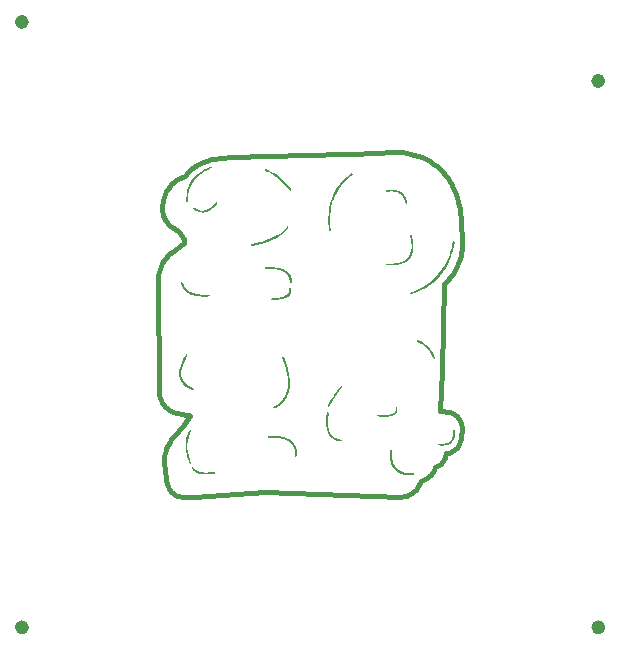
<source format=gbr>
%TF.GenerationSoftware,KiCad,Pcbnew,8.0.0*%
%TF.CreationDate,2024-03-08T11:25:02-06:00*%
%TF.ProjectId,untitled,756e7469-746c-4656-942e-6b696361645f,rev?*%
%TF.SameCoordinates,Original*%
%TF.FileFunction,Copper,L1,Top*%
%TF.FilePolarity,Positive*%
%FSLAX46Y46*%
G04 Gerber Fmt 4.6, Leading zero omitted, Abs format (unit mm)*
G04 Created by KiCad (PCBNEW 8.0.0) date 2024-03-08 11:25:02*
%MOMM*%
%LPD*%
G01*
G04 APERTURE LIST*
%TA.AperFunction,NonConductor*%
%ADD10C,0.000000*%
%TD*%
%TA.AperFunction,NonConductor*%
%ADD11C,0.600000*%
%TD*%
%TA.AperFunction,Conductor*%
%ADD12C,0.406400*%
%TD*%
G04 APERTURE END LIST*
D10*
%TA.AperFunction,NonConductor*%
G36*
X-424590Y2561790D02*
G01*
X-308910Y2413280D01*
X-166320Y2290040D01*
X-5560Y2198400D01*
X144220Y2146250D01*
X362000Y2100430D01*
X668660Y2084630D01*
X851740Y2089380D01*
X1315190Y2135200D01*
X1352930Y2132860D01*
X1382600Y2109420D01*
X1393620Y2073250D01*
X1382060Y2037230D01*
X1377800Y2029330D01*
X1355270Y2005890D01*
X1325420Y1993010D01*
X783130Y1947980D01*
X414220Y1955090D01*
X120930Y2007210D01*
X-85450Y2083050D01*
X-265330Y2188920D01*
X-419480Y2324810D01*
X-544450Y2485950D01*
X-557250Y2522070D01*
X-548230Y2559280D01*
X-520290Y2585490D01*
X-467770Y2592530D01*
X-424590Y2561790D01*
G37*
%TD.AperFunction*%
%TA.AperFunction,NonConductor*%
G36*
X16807380Y7624110D02*
G01*
X16825620Y7609890D01*
X16835760Y7587770D01*
X16848530Y7453380D01*
X16832760Y7319310D01*
X16787390Y7204660D01*
X16718100Y7102650D01*
X16626970Y7019320D01*
X16520160Y6957360D01*
X16331540Y6887850D01*
X16260700Y6870470D01*
X15983100Y6832550D01*
X15536900Y6829370D01*
X15184270Y6854670D01*
X15145440Y6875810D01*
X15125010Y6915000D01*
X15129940Y6958940D01*
X15160600Y6991250D01*
X15204950Y6995290D01*
X15685590Y6965260D01*
X16022500Y6971590D01*
X16265190Y7009510D01*
X16440120Y7067960D01*
X16528720Y7116930D01*
X16621300Y7198790D01*
X16684800Y7304790D01*
X16713250Y7425060D01*
X16704010Y7548270D01*
X16717590Y7596100D01*
X16757700Y7625490D01*
X16807380Y7624110D01*
G37*
%TD.AperFunction*%
%TA.AperFunction,NonConductor*%
G36*
X-610030Y5680150D02*
G01*
X-591240Y5639330D01*
X-600630Y5595390D01*
X-756440Y5288890D01*
X-853110Y5009740D01*
X-913820Y4720640D01*
X-937560Y4426200D01*
X-924280Y4086500D01*
X-872260Y3743630D01*
X-787680Y3402360D01*
X-609730Y2888870D01*
X-610570Y2844040D01*
X-640970Y2811120D01*
X-685570Y2806700D01*
X-700300Y2809850D01*
X-726690Y2824200D01*
X-745290Y2847770D01*
X-876000Y3206450D01*
X-977770Y3565090D01*
X-1046510Y3917440D01*
X-1078660Y4274520D01*
X-1073610Y4564940D01*
X-1035020Y4852850D01*
X-963500Y5134360D01*
X-859920Y5405730D01*
X-725700Y5663340D01*
X-693950Y5695140D01*
X-649500Y5701590D01*
X-610030Y5680150D01*
G37*
%TD.AperFunction*%
%TA.AperFunction,NonConductor*%
G36*
X7812460Y17672910D02*
G01*
X7826380Y17655540D01*
X7840170Y17513730D01*
X7822690Y17372300D01*
X7774810Y17238120D01*
X7698820Y17117570D01*
X7598360Y17016530D01*
X7478290Y16939790D01*
X7285280Y16854470D01*
X7030260Y16781810D01*
X6631970Y16720190D01*
X6251500Y16692520D01*
X6239640Y16694910D01*
X6234890Y16696490D01*
X6202050Y16724100D01*
X6191730Y16765750D01*
X6207940Y16805500D01*
X6253450Y16833950D01*
X6718170Y16870270D01*
X7089780Y16936640D01*
X7262750Y16991940D01*
X7408320Y17061460D01*
X7520310Y17137410D01*
X7609710Y17238980D01*
X7670880Y17359710D01*
X7699860Y17491890D01*
X7694800Y17627090D01*
X7704580Y17665010D01*
X7735240Y17689350D01*
X7774360Y17690310D01*
X7812460Y17672910D01*
G37*
%TD.AperFunction*%
%TA.AperFunction,NonConductor*%
G36*
X1558620Y24985470D02*
G01*
X1587550Y24961470D01*
X1602920Y24929190D01*
X1600630Y24893520D01*
X1581250Y24863500D01*
X1254330Y24522230D01*
X1073790Y24375290D01*
X870790Y24248870D01*
X655070Y24158830D01*
X452880Y24116160D01*
X273610Y24111430D01*
X233580Y24114580D01*
X56060Y24147600D01*
X-113000Y24210950D01*
X-371860Y24356310D01*
X-413310Y24400560D01*
X-424150Y24445520D01*
X-404090Y24487200D01*
X-362150Y24506760D01*
X-317350Y24495350D01*
X-114960Y24370540D01*
X-108460Y24367390D01*
X57450Y24296090D01*
X234140Y24258680D01*
X414710Y24256620D01*
X592180Y24289970D01*
X791970Y24370390D01*
X976680Y24481130D01*
X1191620Y24656520D01*
X1488290Y24970940D01*
X1521210Y24989050D01*
X1558620Y24985470D01*
G37*
%TD.AperFunction*%
%TA.AperFunction,NonConductor*%
G36*
X21689920Y5685460D02*
G01*
X21709100Y5664170D01*
X21716540Y5636490D01*
X21725560Y5409920D01*
X21704050Y5184190D01*
X21652460Y4963390D01*
X21582910Y4808650D01*
X21482990Y4671540D01*
X21356900Y4558000D01*
X21210140Y4472910D01*
X21049010Y4419880D01*
X20861200Y4385130D01*
X20630920Y4377210D01*
X20383450Y4394610D01*
X20335010Y4407430D01*
X20304510Y4447180D01*
X20304660Y4497300D01*
X20335770Y4533570D01*
X20383420Y4536800D01*
X20589490Y4518810D01*
X20796300Y4524630D01*
X21001050Y4554170D01*
X21153350Y4603470D01*
X21290130Y4686630D01*
X21404000Y4799150D01*
X21488760Y4934940D01*
X21539860Y5086630D01*
X21577250Y5326810D01*
X21574480Y5638060D01*
X21585730Y5675780D01*
X21616190Y5700750D01*
X21655380Y5704380D01*
X21689920Y5685460D01*
G37*
%TD.AperFunction*%
%TA.AperFunction,NonConductor*%
G36*
X16765520Y26001090D02*
G01*
X16969690Y25934750D01*
X17142260Y25841530D01*
X17297170Y25715110D01*
X17426840Y25560270D01*
X17548120Y25342240D01*
X17612510Y25177930D01*
X17684570Y24896670D01*
X17673900Y24849200D01*
X17636490Y24818040D01*
X17587870Y24816100D01*
X17562830Y24831450D01*
X17548680Y24857180D01*
X17463140Y25177930D01*
X17360720Y25403860D01*
X17252980Y25557120D01*
X17143910Y25664460D01*
X17018910Y25752810D01*
X16881300Y25819790D01*
X16734660Y25863650D01*
X16518000Y25895250D01*
X16321990Y25898400D01*
X15999050Y25865230D01*
X15953770Y25871810D01*
X15920520Y25903280D01*
X15911470Y25948130D01*
X15929890Y25990040D01*
X15954580Y26001090D01*
X16252900Y26035860D01*
X16489270Y26037440D01*
X16765520Y26001090D01*
G37*
%TD.AperFunction*%
%TA.AperFunction,NonConductor*%
G36*
X12120190Y9415680D02*
G01*
X12149860Y9393710D01*
X12169040Y9347100D01*
X12154280Y9298910D01*
X11699140Y8706410D01*
X11357660Y8192920D01*
X11066500Y7646240D01*
X11031320Y7615380D01*
X10984590Y7617790D01*
X10975370Y7622540D01*
X10957990Y7639910D01*
X10946740Y7654140D01*
X10943790Y7658890D01*
X10941530Y7663610D01*
X10937700Y7685740D01*
X10937900Y7699960D01*
X10939090Y7706280D01*
X10941150Y7712610D01*
X11178340Y8169220D01*
X11446000Y8592670D01*
X11895050Y9200970D01*
X12052270Y9396880D01*
X12083310Y9416900D01*
X12120190Y9415680D01*
G37*
%TD.AperFunction*%
%TA.AperFunction,NonConductor*%
G36*
X18580250Y13323190D02*
G01*
X18840810Y13202360D01*
X19085050Y13051260D01*
X19309490Y12872060D01*
X19510910Y12667310D01*
X19686400Y12439950D01*
X19841460Y12193470D01*
X20017940Y11830080D01*
X20017710Y11782300D01*
X19984420Y11748010D01*
X19936660Y11746330D01*
X19929980Y11747930D01*
X19921070Y11751080D01*
X19883760Y11785830D01*
X19665570Y12217170D01*
X19512790Y12441530D01*
X19353780Y12631170D01*
X19175170Y12802440D01*
X18979060Y12953370D01*
X18767760Y13082170D01*
X18543730Y13187300D01*
X18510550Y13216360D01*
X18500060Y13259210D01*
X18516070Y13300300D01*
X18552770Y13324760D01*
X18580250Y13323190D01*
G37*
%TD.AperFunction*%
%TA.AperFunction,NonConductor*%
G36*
X-1379730Y18237630D02*
G01*
X-1353620Y18194320D01*
X-1256210Y17943090D01*
X-1132180Y17744010D01*
X-975030Y17570220D01*
X-791210Y17428030D01*
X-611330Y17331640D01*
X-463700Y17271590D01*
X-303050Y17222620D01*
X25630Y17159430D01*
X414710Y17134130D01*
X882620Y17145990D01*
X932050Y17136620D01*
X960450Y17095110D01*
X951330Y17045660D01*
X924920Y17015660D01*
X886540Y17004590D01*
X498450Y16990360D01*
X147370Y17004590D01*
X-203430Y17055130D01*
X-475540Y17127830D01*
X-763910Y17249470D01*
X-971780Y17382210D01*
X-1154130Y17548100D01*
X-1307820Y17745610D01*
X-1424080Y17963640D01*
X-1486690Y18140600D01*
X-1497970Y18189910D01*
X-1474570Y18234740D01*
X-1427680Y18253660D01*
X-1379730Y18237630D01*
G37*
%TD.AperFunction*%
%TA.AperFunction,NonConductor*%
G36*
X6245680Y19464630D02*
G01*
X6623180Y19423560D01*
X6897070Y19366690D01*
X7158840Y19281370D01*
X7436100Y19139150D01*
X7570010Y19035600D01*
X7684820Y18911190D01*
X7777350Y18769430D01*
X7845020Y18614260D01*
X7885940Y18450000D01*
X7898970Y18281220D01*
X7896760Y18173780D01*
X7880960Y18131030D01*
X7843090Y18105700D01*
X7797550Y18107430D01*
X7766690Y18130770D01*
X7754320Y18167450D01*
X7750890Y18371290D01*
X7712710Y18554550D01*
X7677120Y18649370D01*
X7584470Y18805780D01*
X7462010Y18941670D01*
X7317560Y19049110D01*
X7053990Y19173930D01*
X6894860Y19224470D01*
X6547840Y19293990D01*
X6211160Y19325590D01*
X5710100Y19331910D01*
X5668950Y19338110D01*
X5638620Y19366590D01*
X5629880Y19407250D01*
X5645840Y19445680D01*
X5666410Y19464630D01*
X5695950Y19473340D01*
X6245680Y19464630D01*
G37*
%TD.AperFunction*%
%TA.AperFunction,NonConductor*%
G36*
X10995250Y7186450D02*
G01*
X11019920Y7153400D01*
X11017990Y7112200D01*
X10968280Y6582890D01*
X10965760Y6217920D01*
X10994030Y5941420D01*
X11057180Y5666510D01*
X11133100Y5477710D01*
X11243130Y5306540D01*
X11383420Y5159120D01*
X11548900Y5040710D01*
X11733680Y4955490D01*
X11990550Y4884390D01*
X12077290Y4870170D01*
X12111910Y4848830D01*
X12125220Y4810400D01*
X12111180Y4772230D01*
X12101680Y4759580D01*
X12073150Y4736690D01*
X12036680Y4739030D01*
X11779530Y4788030D01*
X11605360Y4847590D01*
X11442240Y4932830D01*
X11293910Y5041850D01*
X11163810Y5172050D01*
X11054940Y5320490D01*
X10954260Y5529050D01*
X10875160Y5796050D01*
X10830860Y6102580D01*
X10821310Y6307990D01*
X10836430Y6725110D01*
X10877630Y7134330D01*
X10879480Y7142230D01*
X10905260Y7182000D01*
X10949530Y7198920D01*
X10995250Y7186450D01*
G37*
%TD.AperFunction*%
%TA.AperFunction,NonConductor*%
G36*
X-955040Y12064140D02*
G01*
X-935740Y12025780D01*
X-942140Y11983340D01*
X-1174620Y11559900D01*
X-1327000Y11215470D01*
X-1428140Y10891570D01*
X-1467230Y10665610D01*
X-1477980Y10477860D01*
X-1461060Y10290560D01*
X-1416860Y10107780D01*
X-1346330Y9933430D01*
X-1250980Y9771330D01*
X-1115820Y9622820D01*
X-895200Y9445850D01*
X-585900Y9272070D01*
X-408740Y9194650D01*
X-372490Y9158880D01*
X-366520Y9108310D01*
X-393420Y9065080D01*
X-420570Y9053250D01*
X-449680Y9058760D01*
X-716760Y9178850D01*
X-980440Y9333690D01*
X-1247980Y9553300D01*
X-1379070Y9708060D01*
X-1484000Y9881640D01*
X-1560090Y10069650D01*
X-1605480Y10267320D01*
X-1618970Y10469700D01*
X-1606730Y10688650D01*
X-1570460Y10904930D01*
X-1510610Y11115930D01*
X-1368650Y11480900D01*
X-1190520Y11834830D01*
X-1067130Y12049710D01*
X-1035560Y12078790D01*
X-992960Y12084280D01*
X-955040Y12064140D01*
G37*
%TD.AperFunction*%
%TA.AperFunction,NonConductor*%
G36*
X5710710Y27772280D02*
G01*
X6182180Y27558970D01*
X6552720Y27350420D01*
X6914640Y27100780D01*
X7179280Y26878740D01*
X7421680Y26632560D01*
X7639580Y26364490D01*
X7832550Y26070610D01*
X7841540Y26031900D01*
X7827750Y25994610D01*
X7795720Y25971070D01*
X7746010Y25969490D01*
X7712430Y25994790D01*
X7539130Y26260220D01*
X7330540Y26520930D01*
X7123000Y26735630D01*
X6899220Y26933370D01*
X6660570Y27112850D01*
X6408520Y27273000D01*
X5968110Y27506830D01*
X5652470Y27644290D01*
X5624470Y27670630D01*
X5613680Y27707490D01*
X5624170Y27753950D01*
X5663790Y27780390D01*
X5710710Y27772280D01*
G37*
%TD.AperFunction*%
%TA.AperFunction,NonConductor*%
G36*
X6802040Y5160900D02*
G01*
X7170900Y5102430D01*
X7420990Y5029760D01*
X7684360Y4912840D01*
X7884240Y4780130D01*
X8034480Y4634760D01*
X8129600Y4506770D01*
X8226780Y4314570D01*
X8290430Y4108830D01*
X8318800Y3895320D01*
X8323070Y3783150D01*
X8303690Y3498750D01*
X8300820Y3489250D01*
X8277830Y3456560D01*
X8241770Y3439290D01*
X8201860Y3441850D01*
X8170950Y3467430D01*
X8162440Y3506650D01*
X8177940Y3858970D01*
X8140900Y4116530D01*
X8094350Y4268520D01*
X8023580Y4410890D01*
X7930490Y4539790D01*
X7817640Y4651760D01*
X7687970Y4743780D01*
X7447560Y4867020D01*
X7303140Y4919170D01*
X6957620Y4998160D01*
X6615890Y5032910D01*
X6146320Y5036080D01*
X5928610Y5027400D01*
X5882940Y5040600D01*
X5857700Y5080860D01*
X5865700Y5127730D01*
X5883450Y5151420D01*
X5907410Y5165650D01*
X5917210Y5168800D01*
X6438160Y5179850D01*
X6802040Y5160900D01*
G37*
%TD.AperFunction*%
%TA.AperFunction,NonConductor*%
G36*
X16329690Y4021990D02*
G01*
X16365250Y3995040D01*
X16377770Y3952190D01*
X16379550Y3527170D01*
X16399810Y3312310D01*
X16467150Y2989990D01*
X16563800Y2738760D01*
X16676880Y2552320D01*
X16807760Y2402740D01*
X16961510Y2276750D01*
X17133930Y2177870D01*
X17342130Y2101980D01*
X17557700Y2050670D01*
X17777740Y2024610D01*
X18212590Y2011960D01*
X18255180Y1992020D01*
X18276390Y1950030D01*
X18267150Y1903910D01*
X18231410Y1873330D01*
X18184420Y1871350D01*
X17717740Y1887140D01*
X17439110Y1931390D01*
X17252440Y1981940D01*
X17030090Y2070430D01*
X16833800Y2192070D01*
X16661180Y2346910D01*
X16521890Y2524330D01*
X16414980Y2722960D01*
X16335980Y2934690D01*
X16262710Y3272790D01*
X16231310Y3732580D01*
X16235450Y3953790D01*
X16248910Y3996330D01*
X16285060Y4022500D01*
X16329690Y4021990D01*
G37*
%TD.AperFunction*%
%TA.AperFunction,NonConductor*%
G36*
X7565570Y22925710D02*
G01*
X7602600Y22899550D01*
X7612990Y22873540D01*
X7608750Y22845850D01*
X7594470Y22820550D01*
X7412080Y22603490D01*
X7209230Y22405340D01*
X6987920Y22228050D01*
X6980380Y22221750D01*
X6795590Y22096910D01*
X6420180Y21885200D01*
X6020770Y21706660D01*
X5603240Y21558150D01*
X4968750Y21381190D01*
X4544900Y21285580D01*
X4532810Y21285580D01*
X4520180Y21287970D01*
X4511190Y21291120D01*
X4477110Y21317710D01*
X4464480Y21359040D01*
X4477920Y21400140D01*
X4515360Y21423830D01*
X5123510Y21566050D01*
X5741440Y21752480D01*
X6138770Y21907320D01*
X6521980Y22095330D01*
X6880020Y22321290D01*
X7121550Y22514050D01*
X7320080Y22709960D01*
X7481270Y22904300D01*
X7520250Y22927490D01*
X7565570Y22925710D01*
G37*
%TD.AperFunction*%
%TA.AperFunction,NonConductor*%
G36*
X18044690Y22179610D02*
G01*
X18066180Y22141150D01*
X18165190Y21668740D01*
X18200650Y21289540D01*
X18201260Y21171050D01*
X18181880Y20926150D01*
X18145460Y20728380D01*
X18079690Y20538340D01*
X17986120Y20360360D01*
X17866840Y20198460D01*
X17724580Y20056350D01*
X17562550Y19937250D01*
X17384470Y19843850D01*
X17100090Y19739560D01*
X16630850Y19652670D01*
X16223490Y19631330D01*
X15964130Y19635290D01*
X15924990Y19658480D01*
X15907390Y19700420D01*
X15918280Y19744590D01*
X15953360Y19773570D01*
X15998800Y19775910D01*
X16465830Y19780630D01*
X16927200Y19840680D01*
X17227550Y19929170D01*
X17450990Y20036610D01*
X17637890Y20169330D01*
X17776850Y20311900D01*
X17889800Y20475880D01*
X17973470Y20656550D01*
X18025520Y20848730D01*
X18056530Y21079410D01*
X18051860Y21430160D01*
X18002710Y21779330D01*
X17927170Y22112730D01*
X17931840Y22156520D01*
X17961460Y22189140D01*
X18004640Y22197970D01*
X18044690Y22179610D01*
G37*
%TD.AperFunction*%
%TA.AperFunction,NonConductor*%
G36*
X7215450Y11874170D02*
G01*
X7242430Y11847450D01*
X7246390Y11839550D01*
X7471690Y11191750D01*
X7610880Y10671940D01*
X7699300Y10182150D01*
X7731910Y9728680D01*
X7713320Y9325790D01*
X7646490Y8949740D01*
X7567120Y8708010D01*
X7459470Y8477450D01*
X7325060Y8261430D01*
X7165820Y8063000D01*
X6984010Y7885000D01*
X6782260Y7729980D01*
X6560590Y7590940D01*
X6445530Y7530900D01*
X6409990Y7519060D01*
X6398790Y7519060D01*
X6385310Y7521420D01*
X6380180Y7523000D01*
X6342150Y7554010D01*
X6333440Y7602300D01*
X6358180Y7644660D01*
X6634810Y7801080D01*
X6903090Y8006490D01*
X7118530Y8229270D01*
X7297450Y8483650D01*
X7435290Y8763300D01*
X7528080Y9060330D01*
X7561280Y9245190D01*
X7589190Y9567520D01*
X7584720Y9894570D01*
X7552030Y10220070D01*
X7459220Y10705110D01*
X7325660Y11183850D01*
X7108830Y11803230D01*
X7110530Y11845490D01*
X7137960Y11877730D01*
X7179440Y11886160D01*
X7215450Y11874170D01*
G37*
%TD.AperFunction*%
%TA.AperFunction,NonConductor*%
G36*
X1083950Y27966340D02*
G01*
X1106980Y27930270D01*
X1107470Y27888460D01*
X1079220Y27857600D01*
X582780Y27612700D01*
X206980Y27377290D01*
X-54890Y27170300D01*
X-235840Y26995170D01*
X-396900Y26801600D01*
X-536240Y26591840D01*
X-652220Y26368320D01*
X-738480Y26140710D01*
X-802670Y25905940D01*
X-844250Y25666140D01*
X-870200Y25309070D01*
X-866240Y25065740D01*
X-879960Y25024510D01*
X-915570Y24999650D01*
X-959000Y25000970D01*
X-967080Y25004120D01*
X-996010Y25028470D01*
X-1008530Y25064160D01*
X-1012750Y25190550D01*
X-999870Y25557120D01*
X-945030Y25922100D01*
X-864570Y26215190D01*
X-748510Y26496090D01*
X-598650Y26760500D01*
X-417320Y27004390D01*
X-170100Y27257200D01*
X93420Y27470510D01*
X382980Y27661690D01*
X783490Y27876550D01*
X788110Y27879730D01*
X1002740Y27979270D01*
X1045210Y27984530D01*
X1083950Y27966340D01*
G37*
%TD.AperFunction*%
%TA.AperFunction,NonConductor*%
G36*
X13031420Y27400710D02*
G01*
X13053190Y27369390D01*
X13055700Y27318970D01*
X13024490Y27279320D01*
X12673910Y27018620D01*
X12514300Y26881150D01*
X12185270Y26549350D01*
X11955270Y26262560D01*
X11753570Y25955190D01*
X11581970Y25630050D01*
X11442040Y25290090D01*
X11339800Y24969370D01*
X11230330Y24471660D01*
X11170310Y23966070D01*
X11153290Y23457310D01*
X11173050Y22942220D01*
X11203510Y22600950D01*
X11192510Y22561550D01*
X11159390Y22537520D01*
X11118520Y22539330D01*
X11084200Y22558170D01*
X11063610Y22591470D01*
X11022840Y23023580D01*
X11009990Y23457410D01*
X11025050Y23891190D01*
X11068020Y24323090D01*
X11138690Y24751310D01*
X11270720Y25231650D01*
X11406170Y25582400D01*
X11573080Y25918950D01*
X11769670Y26238100D01*
X11994950Y26538300D01*
X12250980Y26821130D01*
X12547880Y27096030D01*
X12866670Y27342520D01*
X12958670Y27405710D01*
X12995810Y27414370D01*
X13031420Y27400710D01*
G37*
%TD.AperFunction*%
%TA.AperFunction,NonConductor*%
G36*
X21642250Y21671890D02*
G01*
X21676390Y21640980D01*
X21686650Y21596070D01*
X21570750Y21030410D01*
X21411900Y20485330D01*
X21279870Y20132980D01*
X21121800Y19782230D01*
X20930110Y19429480D01*
X20709810Y19093840D01*
X20462390Y18777660D01*
X20189600Y18483120D01*
X19893280Y18212230D01*
X19575500Y17966890D01*
X19238470Y17748760D01*
X18887950Y17556000D01*
X18373090Y17323740D01*
X18017130Y17194170D01*
X17974560Y17194170D01*
X17938470Y17221250D01*
X17925640Y17264530D01*
X17941160Y17306900D01*
X17978910Y17331640D01*
X18503090Y17532300D01*
X18831560Y17687140D01*
X19185480Y17882790D01*
X19522720Y18105910D01*
X19841210Y18355110D01*
X20138900Y18628820D01*
X20406640Y18925870D01*
X20646470Y19245020D01*
X20925310Y19707960D01*
X21083190Y20031860D01*
X21283630Y20548520D01*
X21436990Y21080980D01*
X21549490Y21630820D01*
X21569250Y21663910D01*
X21604480Y21679510D01*
X21642250Y21671890D01*
G37*
%TD.AperFunction*%
%TA.AperFunction,NonConductor*%
G36*
X6669200Y5176880D02*
G01*
X6795970Y5166690D01*
X7171210Y5107480D01*
X7292770Y5076420D01*
X7411750Y5038780D01*
X7527590Y4994120D01*
X7622150Y4951280D01*
X7850760Y4812260D01*
X7989750Y4692500D01*
X8112510Y4543550D01*
X8194160Y4399250D01*
X8275020Y4187080D01*
X8317810Y3964080D01*
X8325360Y3873450D01*
X8328100Y3781980D01*
X8326250Y3689760D01*
X8320050Y3597170D01*
X8309710Y3504210D01*
X8308940Y3499670D01*
X8304980Y3485810D01*
X8298680Y3472840D01*
X8290220Y3461170D01*
X8279860Y3451150D01*
X8267920Y3443070D01*
X8254750Y3437190D01*
X8240770Y3433690D01*
X8226390Y3432670D01*
X8212050Y3434160D01*
X8208600Y3434670D01*
X8198020Y3437480D01*
X8188080Y3442090D01*
X8179100Y3448360D01*
X8171340Y3456090D01*
X8165040Y3465050D01*
X8160390Y3474960D01*
X8157530Y3485540D01*
X8156560Y3496450D01*
X8157490Y3507360D01*
X8167470Y3596540D01*
X8165900Y3945000D01*
X8153910Y4029080D01*
X8136810Y4111420D01*
X8114280Y4191660D01*
X8047830Y4351800D01*
X7954580Y4497960D01*
X7743520Y4701690D01*
X7298970Y4915130D01*
X7188860Y4946350D01*
X7076620Y4972050D01*
X6962520Y4992570D01*
X6847080Y5008450D01*
X6614010Y5028030D01*
X6380710Y5034380D01*
X6150250Y5031160D01*
X5926460Y5022090D01*
X5915670Y5022550D01*
X5903450Y5025090D01*
X5891850Y5029710D01*
X5881240Y5036280D01*
X5871920Y5044590D01*
X5864190Y5054390D01*
X5858280Y5065380D01*
X5854370Y5077240D01*
X5852570Y5089590D01*
X5852950Y5102070D01*
X5854930Y5114670D01*
X5859680Y5129230D01*
X5862500Y5134990D01*
X5869750Y5146020D01*
X5878810Y5155620D01*
X5889390Y5163500D01*
X5901180Y5169430D01*
X5908930Y5171900D01*
X5917130Y5173600D01*
X6166870Y5183860D01*
X6415910Y5186070D01*
X6669200Y5176880D01*
G37*
%TD.AperFunction*%
%TA.AperFunction,NonConductor*%
G36*
X1041240Y27989520D02*
G01*
X1055220Y27987010D01*
X1068550Y27982110D01*
X1080830Y27974970D01*
X1091680Y27965800D01*
X1100780Y27954890D01*
X1107840Y27942570D01*
X1112650Y27929210D01*
X1115080Y27915210D01*
X1115030Y27901010D01*
X1114460Y27896840D01*
X1111690Y27886520D01*
X1107180Y27876840D01*
X1101060Y27868080D01*
X1093510Y27860530D01*
X1084760Y27854400D01*
X1075080Y27849880D01*
X778790Y27710460D01*
X585290Y27608300D01*
X396850Y27497480D01*
X305000Y27438480D01*
X41660Y27245540D01*
X-363800Y26838400D01*
X-580910Y26502000D01*
X-770510Y26016310D01*
X-860910Y25429130D01*
X-865150Y25308810D01*
X-865200Y25187940D01*
X-861210Y25066240D01*
X-861210Y25065950D01*
X-861730Y25052760D01*
X-864520Y25039860D01*
X-869520Y25027640D01*
X-873350Y25021360D01*
X-882500Y25012110D01*
X-894040Y25003840D01*
X-906850Y24997700D01*
X-920520Y24993880D01*
X-934650Y24992490D01*
X-948810Y24993570D01*
X-962560Y24997100D01*
X-975490Y25002960D01*
X-987210Y25010980D01*
X-997360Y25020910D01*
X-1000980Y25025820D01*
X-1007050Y25036750D01*
X-1011120Y25048570D01*
X-1013460Y25436530D01*
X-1006770Y25543160D01*
X-922270Y26039880D01*
X-875730Y26200580D01*
X-712470Y26582110D01*
X-485440Y26929490D01*
X-371310Y27063190D01*
X-1450Y27405380D01*
X185850Y27541650D01*
X381430Y27666390D01*
X583510Y27780820D01*
X790350Y27886000D01*
X1002970Y27984300D01*
X1004390Y27984090D01*
X1008610Y27985720D01*
X1018860Y27988420D01*
X1032560Y27989830D01*
X1041240Y27989520D01*
G37*
%TD.AperFunction*%
%TA.AperFunction,NonConductor*%
G36*
X7189140Y11888340D02*
G01*
X7203140Y11885220D01*
X7216700Y11879550D01*
X7229140Y11871150D01*
X7240040Y11859970D01*
X7244890Y11853210D01*
X7252340Y11838250D01*
X7368570Y11519590D01*
X7476240Y11193580D01*
X7571030Y10861140D01*
X7612230Y10692990D01*
X7648520Y10523930D01*
X7679410Y10353930D01*
X7733690Y9841180D01*
X7737170Y9669880D01*
X7732400Y9498740D01*
X7718810Y9327970D01*
X7695820Y9157610D01*
X7669020Y9020510D01*
X7634350Y8887610D01*
X7591980Y8758860D01*
X7570740Y8703030D01*
X7406770Y8376310D01*
X7188560Y8083020D01*
X7098360Y7987210D01*
X7002270Y7896480D01*
X6814740Y7746450D01*
X6442000Y7523330D01*
X6440350Y7522440D01*
X6428100Y7517250D01*
X6415130Y7514260D01*
X6401840Y7513570D01*
X6388630Y7515190D01*
X6375900Y7519090D01*
X6364040Y7525140D01*
X6353410Y7533150D01*
X6344340Y7542890D01*
X6338340Y7550110D01*
X6332080Y7560510D01*
X6327720Y7571840D01*
X6325390Y7583760D01*
X6325170Y7595900D01*
X6327060Y7607890D01*
X6331000Y7619380D01*
X6336880Y7630000D01*
X6344510Y7639440D01*
X6353670Y7647420D01*
X6364070Y7653680D01*
X6484110Y7716420D01*
X6908700Y8017920D01*
X7147770Y8274270D01*
X7338690Y8568230D01*
X7475670Y8890880D01*
X7556020Y9243140D01*
X7574380Y9404990D01*
X7584110Y9567290D01*
X7585740Y9730030D01*
X7547200Y10218370D01*
X7521600Y10380700D01*
X7490490Y10542370D01*
X7454440Y10703410D01*
X7413900Y10863430D01*
X7321580Y11180190D01*
X7217590Y11491260D01*
X7106080Y11795560D01*
X7106050Y11795560D01*
X7102700Y11806980D01*
X7101390Y11818800D01*
X7102150Y11830670D01*
X7104960Y11842230D01*
X7109730Y11853120D01*
X7116320Y11863030D01*
X7124530Y11871630D01*
X7134110Y11878680D01*
X7144770Y11883960D01*
X7156190Y11887310D01*
X7168010Y11888620D01*
X7175120Y11889080D01*
X7189140Y11888340D01*
G37*
%TD.AperFunction*%
%TA.AperFunction,NonConductor*%
G36*
X-473590Y2599320D02*
G01*
X-460920Y2596420D01*
X-448950Y2591370D01*
X-438030Y2584310D01*
X-428510Y2575460D01*
X-420670Y2565100D01*
X-384000Y2511530D01*
X-170760Y2300200D01*
X-2540Y2204870D01*
X246350Y2125090D01*
X362000Y2105360D01*
X480310Y2093390D01*
X600580Y2088160D01*
X722100Y2088620D01*
X844070Y2093720D01*
X1085980Y2113890D01*
X1320290Y2140380D01*
X1329720Y2141070D01*
X1341090Y2140100D01*
X1352120Y2137170D01*
X1362480Y2132360D01*
X1371840Y2125830D01*
X1379930Y2117770D01*
X1386500Y2108430D01*
X1391340Y2098100D01*
X1394320Y2087080D01*
X1395330Y2075700D01*
X1394360Y2064330D01*
X1392100Y2050470D01*
X1387630Y2036900D01*
X1380920Y2024130D01*
X1371960Y2012490D01*
X1366620Y2007260D01*
X1354150Y1998270D01*
X1339550Y1991720D01*
X1323140Y1988160D01*
X1069110Y1960700D01*
X808840Y1942240D01*
X678280Y1938990D01*
X548360Y1941090D01*
X513070Y1942560D01*
X169930Y1989990D01*
X-8610Y2044900D01*
X-121820Y2095250D01*
X-229510Y2157760D01*
X-330910Y2233470D01*
X-425150Y2323390D01*
X-469340Y2373990D01*
X-511510Y2428520D01*
X-551510Y2487140D01*
X-561640Y2509800D01*
X-562600Y2513770D01*
X-563870Y2524760D01*
X-563210Y2535810D01*
X-560650Y2546580D01*
X-559440Y2550000D01*
X-554060Y2560970D01*
X-546860Y2570840D01*
X-544670Y2573230D01*
X-533550Y2583140D01*
X-520870Y2590980D01*
X-507020Y2596490D01*
X-492430Y2599510D01*
X-486570Y2599970D01*
X-473590Y2599320D01*
G37*
%TD.AperFunction*%
%TA.AperFunction,NonConductor*%
G36*
X7549940Y22935970D02*
G01*
X7562860Y22933670D01*
X7575180Y22929160D01*
X7586530Y22922570D01*
X7596570Y22914120D01*
X7604980Y22904050D01*
X7611520Y22892680D01*
X7615990Y22880340D01*
X7618240Y22867410D01*
X7618220Y22854290D01*
X7616290Y22846870D01*
X7613420Y22839600D01*
X7503050Y22699630D01*
X7155430Y22352810D01*
X6984750Y22219230D01*
X6805420Y22096680D01*
X6618380Y21984310D01*
X6424650Y21881470D01*
X6225410Y21787610D01*
X6021760Y21702120D01*
X5814390Y21624160D01*
X5604690Y21553250D01*
X5393510Y21488810D01*
X5182010Y21430030D01*
X4971140Y21376340D01*
X4546850Y21280350D01*
X4538700Y21280020D01*
X4524960Y21281320D01*
X4511660Y21284990D01*
X4499200Y21290910D01*
X4487950Y21298910D01*
X4478270Y21308740D01*
X4470440Y21320100D01*
X4464700Y21332650D01*
X4461230Y21346000D01*
X4460130Y21359750D01*
X4461430Y21373490D01*
X4461760Y21375540D01*
X4464830Y21386670D01*
X4469780Y21397090D01*
X4476470Y21406500D01*
X4484700Y21414600D01*
X4494200Y21421150D01*
X4504700Y21425950D01*
X4515870Y21428860D01*
X4918000Y21519720D01*
X5122390Y21571000D01*
X5327800Y21627130D01*
X5533190Y21688680D01*
X5737250Y21756290D01*
X5939100Y21830610D01*
X6137480Y21912200D01*
X6331460Y22001780D01*
X6875880Y22324490D01*
X7041340Y22452200D01*
X7474810Y22904880D01*
X7476240Y22906150D01*
X7480070Y22910750D01*
X7480120Y22910820D01*
X7490310Y22920120D01*
X7501960Y22927500D01*
X7514710Y22932750D01*
X7528190Y22935710D01*
X7541970Y22936280D01*
X7549940Y22935970D01*
G37*
%TD.AperFunction*%
%TA.AperFunction,NonConductor*%
G36*
X18574230Y13330780D02*
G01*
X18588940Y13325030D01*
X18958720Y13140690D01*
X19290870Y12894950D01*
X19496890Y12687710D01*
X19776570Y12312600D01*
X19844410Y12198100D01*
X19907860Y12079940D01*
X19967090Y11958270D01*
X20025060Y11825170D01*
X20027040Y11817430D01*
X20027430Y11806270D01*
X20025840Y11794290D01*
X20022200Y11782760D01*
X20016610Y11772050D01*
X20009240Y11762460D01*
X20000330Y11754310D01*
X19990130Y11747820D01*
X19978960Y11743200D01*
X19967160Y11740600D01*
X19955080Y11740080D01*
X19954130Y11740040D01*
X19940180Y11740630D01*
X19926550Y11743620D01*
X19913640Y11748940D01*
X19901850Y11756420D01*
X19891530Y11765830D01*
X19883010Y11776890D01*
X19876540Y11789260D01*
X19825360Y11905410D01*
X19580710Y12337770D01*
X19509080Y12437080D01*
X19433180Y12532510D01*
X19352970Y12623750D01*
X19070900Y12882210D01*
X18546290Y13180210D01*
X18544670Y13181360D01*
X18536910Y13185380D01*
X18525350Y13193570D01*
X18515380Y13203640D01*
X18507310Y13215290D01*
X18501390Y13228160D01*
X18497790Y13241870D01*
X18496620Y13255990D01*
X18497930Y13270100D01*
X18501670Y13283770D01*
X18507720Y13296590D01*
X18515910Y13308150D01*
X18525980Y13318120D01*
X18537630Y13326190D01*
X18544160Y13328850D01*
X18551170Y13330610D01*
X18558810Y13331620D01*
X18566160Y13331650D01*
X18574230Y13330780D01*
G37*
%TD.AperFunction*%
%TA.AperFunction,NonConductor*%
G36*
X18012260Y22202500D02*
G01*
X18025870Y22199020D01*
X18032300Y22196300D01*
X18038750Y22192770D01*
X18044670Y22188680D01*
X18050460Y22183600D01*
X18055540Y22178040D01*
X18060140Y22171580D01*
X18064020Y22164600D01*
X18067350Y22156850D01*
X18125340Y21913980D01*
X18170220Y21669930D01*
X18205700Y21295490D01*
X18186580Y20923660D01*
X18164860Y20802730D01*
X18107950Y20602900D01*
X18008060Y20392030D01*
X17873070Y20201710D01*
X17707080Y20037730D01*
X17520920Y19909180D01*
X17276060Y19792620D01*
X17274830Y19792170D01*
X16893210Y19685890D01*
X16761050Y19663790D01*
X16628010Y19647380D01*
X16494760Y19636030D01*
X16230680Y19626050D01*
X15978430Y19628760D01*
X15977260Y19628260D01*
X15967050Y19629020D01*
X15962800Y19629780D01*
X15949910Y19633620D01*
X15937890Y19639640D01*
X15927090Y19647650D01*
X15917850Y19657410D01*
X15910440Y19668640D01*
X15905100Y19680980D01*
X15901970Y19694050D01*
X15901170Y19707480D01*
X15902710Y19720830D01*
X15906550Y19733720D01*
X15909070Y19740270D01*
X15914800Y19750680D01*
X15922260Y19759950D01*
X15931220Y19767770D01*
X15941390Y19773930D01*
X15952480Y19778220D01*
X15964150Y19780520D01*
X15976040Y19780760D01*
X16215490Y19777610D01*
X16463440Y19785460D01*
X16588940Y19795060D01*
X16961740Y19853810D01*
X17367000Y19996630D01*
X17472580Y20055540D01*
X17523100Y20088280D01*
X17804870Y20357080D01*
X17937330Y20585760D01*
X18051480Y21079740D01*
X18055970Y21195510D01*
X18054220Y21312230D01*
X18046880Y21429240D01*
X18034640Y21546080D01*
X17998030Y21776990D01*
X17975020Y21889970D01*
X17922820Y22108950D01*
X17920920Y22120990D01*
X17921080Y22134310D01*
X17923550Y22147400D01*
X17928260Y22159870D01*
X17935060Y22171330D01*
X17943750Y22181430D01*
X17954060Y22189870D01*
X17965680Y22196390D01*
X17978250Y22200800D01*
X17991400Y22202950D01*
X17998310Y22203380D01*
X18012260Y22202500D01*
G37*
%TD.AperFunction*%
%TA.AperFunction,NonConductor*%
G36*
X-991880Y12089340D02*
G01*
X-979000Y12085730D01*
X-966950Y12079930D01*
X-956080Y12072130D01*
X-946730Y12062560D01*
X-939190Y12051520D01*
X-933680Y12039330D01*
X-930370Y12026370D01*
X-929360Y12013030D01*
X-930680Y11999720D01*
X-933810Y11989370D01*
X-939830Y11976840D01*
X-1056340Y11773360D01*
X-1169620Y11558680D01*
X-1273530Y11334930D01*
X-1398020Y10986920D01*
X-1472010Y10512500D01*
X-1455390Y10275570D01*
X-1343910Y9932110D01*
X-1170510Y9686490D01*
X-819710Y9403030D01*
X-659280Y9313210D01*
X-493120Y9235240D01*
X-408610Y9200180D01*
X-401070Y9196450D01*
X-389130Y9188320D01*
X-378790Y9178240D01*
X-370350Y9166520D01*
X-364080Y9153500D01*
X-360160Y9139600D01*
X-358720Y9125230D01*
X-359790Y9110820D01*
X-363350Y9096820D01*
X-369290Y9083650D01*
X-377420Y9071710D01*
X-387500Y9061370D01*
X-393940Y9056910D01*
X-403290Y9052340D01*
X-413300Y9049460D01*
X-423650Y9048360D01*
X-434040Y9049080D01*
X-444140Y9051590D01*
X-631850Y9131830D01*
X-807390Y9221010D01*
X-1033480Y9362740D01*
X-1272740Y9572700D01*
X-1395040Y9722560D01*
X-1470110Y9843430D01*
X-1554230Y10037170D01*
X-1585740Y10150550D01*
X-1621870Y10401020D01*
X-1622810Y10534800D01*
X-1585570Y10853320D01*
X-1475560Y11234950D01*
X-1427000Y11359390D01*
X-1373960Y11481790D01*
X-1257860Y11719560D01*
X-1196540Y11834220D01*
X-1066720Y12060630D01*
X-1065680Y12062110D01*
X-1057890Y12071090D01*
X-1048660Y12078570D01*
X-1038280Y12084350D01*
X-1027040Y12088230D01*
X-1015310Y12090100D01*
X-1005190Y12090660D01*
X-991880Y12089340D01*
G37*
%TD.AperFunction*%
%TA.AperFunction,NonConductor*%
G36*
X6054880Y19478800D02*
G01*
X6241520Y19470010D01*
X6430850Y19453730D01*
X6620050Y19428610D01*
X6806640Y19393230D01*
X7075170Y19317970D01*
X7160260Y19286270D01*
X7242580Y19250960D01*
X7321800Y19211900D01*
X7430560Y19148160D01*
X7600420Y19014080D01*
X7610200Y19004580D01*
X7719320Y18876680D01*
X7804580Y18731770D01*
X7863380Y18574260D01*
X7884490Y18482310D01*
X7898130Y18384520D01*
X7904000Y18280960D01*
X7901760Y18171290D01*
X7901560Y18168850D01*
X7898980Y18155360D01*
X7894090Y18142530D01*
X7887050Y18130750D01*
X7878070Y18120360D01*
X7867420Y18111690D01*
X7855430Y18105000D01*
X7842450Y18100500D01*
X7828900Y18098320D01*
X7815170Y18098520D01*
X7803130Y18100260D01*
X7791560Y18104080D01*
X7780830Y18109840D01*
X7771260Y18117380D01*
X7763150Y18126460D01*
X7756740Y18136820D01*
X7752220Y18148130D01*
X7749740Y18160050D01*
X7749360Y18172230D01*
X7751290Y18272860D01*
X7712840Y18538220D01*
X7686520Y18615610D01*
X7653960Y18687870D01*
X7615480Y18755180D01*
X7507110Y18889790D01*
X7377010Y19003540D01*
X7208370Y19102860D01*
X7134480Y19136840D01*
X7057620Y19167420D01*
X6895970Y19219110D01*
X6726780Y19259040D01*
X6552460Y19288480D01*
X6375980Y19308880D01*
X6199890Y19321580D01*
X6026990Y19327900D01*
X5701130Y19326940D01*
X5689450Y19327540D01*
X5677190Y19330280D01*
X5665600Y19335110D01*
X5655010Y19341880D01*
X5645770Y19350390D01*
X5638140Y19360370D01*
X5632360Y19371530D01*
X5628610Y19383510D01*
X5627000Y19395970D01*
X5627570Y19408520D01*
X5628180Y19414430D01*
X5631190Y19427290D01*
X5636390Y19439420D01*
X5643610Y19450470D01*
X5652650Y19460090D01*
X5663220Y19468000D01*
X5675000Y19473960D01*
X5687640Y19477770D01*
X5700750Y19479340D01*
X5873650Y19481440D01*
X6054880Y19478800D01*
G37*
%TD.AperFunction*%
%TA.AperFunction,NonConductor*%
G36*
X10969220Y7202510D02*
G01*
X10980300Y7199930D01*
X10990760Y7195470D01*
X11000290Y7189260D01*
X11008600Y7181490D01*
X11015430Y7172390D01*
X11020580Y7162250D01*
X11023890Y7151360D01*
X11025250Y7140070D01*
X11024640Y7128710D01*
X10986470Y6766260D01*
X10969290Y6491860D01*
X10967720Y6308370D01*
X10976840Y6124880D01*
X11061750Y5669000D01*
X11147170Y5460570D01*
X11242620Y5311940D01*
X11440130Y5118200D01*
X11507040Y5072100D01*
X11577900Y5030650D01*
X11982530Y4890900D01*
X12072620Y4875830D01*
X12083290Y4873340D01*
X12093890Y4868860D01*
X12103550Y4862600D01*
X12111970Y4854770D01*
X12118910Y4845580D01*
X12124150Y4835340D01*
X12127530Y4824340D01*
X12128940Y4812920D01*
X12128350Y4801430D01*
X12125780Y4790210D01*
X12122350Y4780100D01*
X12115270Y4766340D01*
X12105900Y4754030D01*
X12094540Y4743530D01*
X12087720Y4738900D01*
X12075420Y4732830D01*
X12062250Y4728990D01*
X12048620Y4727490D01*
X12034930Y4728390D01*
X11799140Y4777490D01*
X11533020Y4879570D01*
X11359850Y4984110D01*
X11205650Y5118480D01*
X11077120Y5277580D01*
X10978180Y5456580D01*
X10931840Y5576340D01*
X10851030Y5895540D01*
X10836330Y5997700D01*
X10819310Y6204410D01*
X10816290Y6412740D01*
X10819050Y6517080D01*
X10831300Y6724750D01*
X10872090Y7132400D01*
X10872900Y7134380D01*
X10873480Y7137650D01*
X10877510Y7151290D01*
X10883840Y7164020D01*
X10892280Y7175460D01*
X10902580Y7185260D01*
X10914430Y7193120D01*
X10927470Y7198810D01*
X10941290Y7202150D01*
X10955480Y7203030D01*
X10957860Y7203120D01*
X10969220Y7202510D01*
G37*
%TD.AperFunction*%
%TA.AperFunction,NonConductor*%
G36*
X1545280Y24992860D02*
G01*
X1558650Y24988450D01*
X1571050Y24981780D01*
X1582100Y24973060D01*
X1591480Y24962560D01*
X1598880Y24950580D01*
X1604090Y24937510D01*
X1606960Y24923720D01*
X1607380Y24909650D01*
X1605360Y24895720D01*
X1600950Y24882350D01*
X1594280Y24869950D01*
X1432330Y24688800D01*
X1320290Y24576230D01*
X1261820Y24521950D01*
X1076500Y24371500D01*
X880980Y24247890D01*
X656640Y24154770D01*
X546620Y24125720D01*
X369000Y24105160D01*
X190500Y24115750D01*
X130700Y24127180D01*
X-85280Y24193920D01*
X-286390Y24297160D01*
X-395880Y24370840D01*
X-398530Y24372970D01*
X-408760Y24383170D01*
X-417060Y24394990D01*
X-423180Y24408070D01*
X-426940Y24422010D01*
X-428220Y24436400D01*
X-426980Y24450790D01*
X-423260Y24464750D01*
X-417180Y24477850D01*
X-408910Y24489690D01*
X-408120Y24490700D01*
X-400380Y24498890D01*
X-391330Y24505620D01*
X-381250Y24510670D01*
X-370450Y24513900D01*
X-359250Y24515200D01*
X-348000Y24514530D01*
X-337030Y24511920D01*
X-326680Y24507450D01*
X-317270Y24501250D01*
X-265510Y24464850D01*
X59840Y24302920D01*
X211610Y24267170D01*
X470660Y24267520D01*
X531850Y24278970D01*
X593520Y24295100D01*
X910770Y24442600D01*
X1188950Y24660890D01*
X1339620Y24811960D01*
X1480130Y24969600D01*
X1482610Y24972560D01*
X1491000Y24980470D01*
X1500630Y24986810D01*
X1511220Y24991380D01*
X1522450Y24994050D01*
X1533960Y24994720D01*
X1545280Y24992860D01*
G37*
%TD.AperFunction*%
%TA.AperFunction,NonConductor*%
G36*
X21623870Y21681010D02*
G01*
X21637590Y21677510D01*
X21650490Y21671680D01*
X21662190Y21663700D01*
X21672320Y21653810D01*
X21680580Y21642310D01*
X21686720Y21629550D01*
X21690550Y21615920D01*
X21691950Y21601830D01*
X21690890Y21587710D01*
X21657180Y21400690D01*
X21618910Y21214740D01*
X21575900Y21029930D01*
X21527950Y20846420D01*
X21474940Y20664370D01*
X21416770Y20484240D01*
X21353250Y20306060D01*
X21284180Y20130030D01*
X21042780Y19617690D01*
X20911570Y19386840D01*
X20424680Y18722100D01*
X19829750Y18152010D01*
X19223430Y17733870D01*
X18374310Y17319240D01*
X18196860Y17251630D01*
X18015760Y17188310D01*
X18014560Y17187910D01*
X18002610Y17185390D01*
X17990400Y17184980D01*
X17978310Y17186700D01*
X17966690Y17190490D01*
X17955920Y17196240D01*
X17946300Y17203780D01*
X17938140Y17212870D01*
X17931680Y17223230D01*
X17927120Y17234570D01*
X17924600Y17246520D01*
X17924150Y17249010D01*
X17923080Y17262610D01*
X17924390Y17276180D01*
X17928040Y17289330D01*
X17933910Y17301640D01*
X17941830Y17312740D01*
X17951560Y17322300D01*
X17962810Y17330030D01*
X17975220Y17335680D01*
X18150610Y17396940D01*
X18323480Y17462910D01*
X18494170Y17533720D01*
X18662520Y17609590D01*
X18828110Y17690470D01*
X19459070Y18065800D01*
X20072440Y18569190D01*
X20917430Y19703360D01*
X21000900Y19867350D01*
X21078650Y20034100D01*
X21150630Y20203440D01*
X21217310Y20375450D01*
X21278570Y20549290D01*
X21334680Y20725280D01*
X21385760Y20902930D01*
X21432010Y21081900D01*
X21473640Y21262260D01*
X21510730Y21443540D01*
X21543490Y21625940D01*
X21544060Y21629260D01*
X21547290Y21640260D01*
X21552370Y21650540D01*
X21559160Y21659770D01*
X21567460Y21667680D01*
X21577000Y21674040D01*
X21587490Y21678640D01*
X21598630Y21681350D01*
X21610070Y21682080D01*
X21623870Y21681010D01*
G37*
%TD.AperFunction*%
%TA.AperFunction,NonConductor*%
G36*
X7771050Y17696590D02*
G01*
X7786730Y17692980D01*
X7798970Y17687850D01*
X7812200Y17679590D01*
X7817920Y17674690D01*
X7827170Y17664300D01*
X7834470Y17652460D01*
X7839610Y17639530D01*
X7842430Y17625900D01*
X7845370Y17601380D01*
X7847400Y17472980D01*
X7827090Y17346170D01*
X7815890Y17308940D01*
X7774680Y17214800D01*
X7717760Y17129250D01*
X7667260Y17074600D01*
X7553100Y16979610D01*
X7424190Y16905880D01*
X7302780Y16854270D01*
X7173420Y16812010D01*
X7038900Y16778020D01*
X6901690Y16751250D01*
X6764250Y16730570D01*
X6498870Y16703240D01*
X6254320Y16687370D01*
X6246450Y16688550D01*
X6234190Y16692200D01*
X6222750Y16697920D01*
X6212470Y16705550D01*
X6203680Y16714840D01*
X6196630Y16725520D01*
X6191550Y16737260D01*
X6188580Y16749700D01*
X6187810Y16762470D01*
X6189280Y16775180D01*
X6192930Y16787440D01*
X6196870Y16796960D01*
X6203860Y16808460D01*
X6212740Y16818570D01*
X6223230Y16826980D01*
X6235030Y16833440D01*
X6247770Y16837750D01*
X6261070Y16839790D01*
X6587490Y16861690D01*
X6834250Y16890210D01*
X6959040Y16911700D01*
X7141510Y16955770D01*
X7458150Y17098240D01*
X7501180Y17130400D01*
X7540630Y17165220D01*
X7576290Y17202940D01*
X7625980Y17271970D01*
X7662920Y17348580D01*
X7687390Y17438040D01*
X7694240Y17495600D01*
X7695290Y17557140D01*
X7690150Y17623280D01*
X7689760Y17633600D01*
X7691240Y17645120D01*
X7694700Y17656210D01*
X7700030Y17666530D01*
X7707070Y17675770D01*
X7715610Y17683640D01*
X7725390Y17689910D01*
X7736110Y17694390D01*
X7747440Y17696940D01*
X7759040Y17697480D01*
X7771050Y17696590D01*
G37*
%TD.AperFunction*%
%TA.AperFunction,NonConductor*%
G36*
X21652840Y5705580D02*
G01*
X21667740Y5702260D01*
X21681830Y5696400D01*
X21694700Y5688180D01*
X21705210Y5677790D01*
X21713570Y5665270D01*
X21719460Y5650380D01*
X21721340Y5641950D01*
X21728430Y5499000D01*
X21727340Y5362520D01*
X21727180Y5358330D01*
X21693860Y5091020D01*
X21677250Y5025160D01*
X21656600Y4960390D01*
X21631780Y4897350D01*
X21586630Y4807090D01*
X21504500Y4690290D01*
X21403340Y4589530D01*
X21313220Y4526780D01*
X21160610Y4450250D01*
X20997040Y4401390D01*
X20940890Y4391560D01*
X20645830Y4371090D01*
X20505520Y4377390D01*
X20368640Y4390570D01*
X20365720Y4391050D01*
X20351700Y4394790D01*
X20338540Y4400910D01*
X20326650Y4409220D01*
X20316380Y4419480D01*
X20308050Y4431350D01*
X20301900Y4444500D01*
X20298140Y4458510D01*
X20296860Y4472960D01*
X20298110Y4487420D01*
X20299690Y4494190D01*
X20303860Y4505150D01*
X20309860Y4515230D01*
X20317520Y4524110D01*
X20326600Y4531520D01*
X20336840Y4537240D01*
X20347910Y4541100D01*
X20359480Y4542980D01*
X20371210Y4542820D01*
X20557360Y4526410D01*
X20620990Y4523790D01*
X20749180Y4524530D01*
X21059900Y4575150D01*
X21169380Y4617670D01*
X21327260Y4725720D01*
X21471150Y4916420D01*
X21566940Y5264710D01*
X21575170Y5388080D01*
X21575270Y5511140D01*
X21569480Y5633060D01*
X21569880Y5634690D01*
X21569810Y5640400D01*
X21569940Y5642810D01*
X21571710Y5654520D01*
X21575490Y5665740D01*
X21581150Y5676130D01*
X21588540Y5685390D01*
X21597420Y5693220D01*
X21607520Y5699390D01*
X21618550Y5703710D01*
X21630150Y5706050D01*
X21641990Y5706340D01*
X21652840Y5705580D01*
G37*
%TD.AperFunction*%
%TA.AperFunction,NonConductor*%
G36*
X-647020Y5705990D02*
G01*
X-634200Y5702340D01*
X-622210Y5696530D01*
X-611410Y5688710D01*
X-602130Y5679150D01*
X-594650Y5668110D01*
X-589210Y5655950D01*
X-585950Y5643020D01*
X-585000Y5629730D01*
X-586360Y5616470D01*
X-589670Y5605890D01*
X-595660Y5593840D01*
X-686160Y5430040D01*
X-901850Y4764910D01*
X-923060Y4596310D01*
X-932540Y4427090D01*
X-931010Y4257140D01*
X-867490Y3745360D01*
X-828950Y3574670D01*
X-782960Y3404210D01*
X-730120Y3234110D01*
X-671200Y3064380D01*
X-606320Y2893520D01*
X-604110Y2887170D01*
X-601880Y2875810D01*
X-601660Y2864240D01*
X-603450Y2852800D01*
X-607200Y2841840D01*
X-612790Y2831710D01*
X-620060Y2822700D01*
X-628790Y2815090D01*
X-638700Y2809110D01*
X-649500Y2804940D01*
X-660860Y2802710D01*
X-674980Y2801210D01*
X-688920Y2801950D01*
X-696160Y2803140D01*
X-710010Y2807510D01*
X-723090Y2814450D01*
X-729180Y2818870D01*
X-740260Y2829920D01*
X-749220Y2843660D01*
X-819610Y3027650D01*
X-880490Y3204340D01*
X-934850Y3381860D01*
X-981860Y3559630D01*
X-1072620Y4094660D01*
X-1085140Y4322100D01*
X-1049680Y4804510D01*
X-1013640Y4980150D01*
X-964130Y5154730D01*
X-900280Y5328180D01*
X-821640Y5500040D01*
X-727350Y5670350D01*
X-724910Y5674190D01*
X-715920Y5685250D01*
X-705150Y5694580D01*
X-698800Y5698570D01*
X-691870Y5701820D01*
X-684910Y5704260D01*
X-670640Y5706820D01*
X-660280Y5707350D01*
X-647020Y5705990D01*
G37*
%TD.AperFunction*%
%TA.AperFunction,NonConductor*%
G36*
X16796270Y7633400D02*
G01*
X16808040Y7630010D01*
X16814880Y7626830D01*
X16823560Y7621110D01*
X16831120Y7613970D01*
X16837320Y7605630D01*
X16841980Y7596330D01*
X16844950Y7586370D01*
X16855230Y7482870D01*
X16847640Y7356650D01*
X16831460Y7286070D01*
X16798660Y7205160D01*
X16752320Y7131180D01*
X16709400Y7084200D01*
X16617930Y7007690D01*
X16514570Y6948220D01*
X16363610Y6892840D01*
X16122070Y6841970D01*
X15978300Y6827110D01*
X15833270Y6820050D01*
X15689830Y6819270D01*
X15419780Y6830570D01*
X15183970Y6850050D01*
X15178040Y6851480D01*
X15164880Y6856450D01*
X15152790Y6863630D01*
X15142120Y6872790D01*
X15133220Y6883670D01*
X15126330Y6895940D01*
X15121680Y6909210D01*
X15119400Y6923080D01*
X15119570Y6937150D01*
X15122180Y6950960D01*
X15127150Y6964120D01*
X15128030Y6965880D01*
X15134090Y6975570D01*
X15141750Y6984060D01*
X15150760Y6991090D01*
X15160850Y6996450D01*
X15171720Y6999970D01*
X15183040Y7001560D01*
X15194460Y7001150D01*
X15497580Y6975680D01*
X15750790Y6966200D01*
X15883590Y6967910D01*
X16016200Y6975700D01*
X16269080Y7015200D01*
X16382720Y7049470D01*
X16435040Y7070850D01*
X16483790Y7095160D01*
X16569310Y7153500D01*
X16615180Y7198340D01*
X16652570Y7250450D01*
X16696110Y7362420D01*
X16704030Y7416700D01*
X16705200Y7475880D01*
X16698340Y7549030D01*
X16698320Y7557340D01*
X16700200Y7570930D01*
X16704410Y7583990D01*
X16710820Y7596120D01*
X16719250Y7606950D01*
X16729420Y7616150D01*
X16741040Y7623450D01*
X16753890Y7629350D01*
X16767350Y7633130D01*
X16774160Y7634170D01*
X16784100Y7634690D01*
X16796270Y7633400D01*
G37*
%TD.AperFunction*%
%TA.AperFunction,NonConductor*%
G36*
X12993830Y27419890D02*
G01*
X13007270Y27417270D01*
X13020060Y27412350D01*
X13031790Y27405290D01*
X13042120Y27396300D01*
X13050730Y27385650D01*
X13057360Y27373670D01*
X13061810Y27360720D01*
X13063950Y27347190D01*
X13063700Y27333500D01*
X13061080Y27320060D01*
X13056160Y27307270D01*
X13049100Y27295540D01*
X13040110Y27285210D01*
X13029460Y27276600D01*
X12895940Y27183210D01*
X12299390Y26666320D01*
X11873510Y26135760D01*
X11393530Y25132130D01*
X11344910Y24968940D01*
X11302540Y24804550D01*
X11266090Y24638710D01*
X11235490Y24472010D01*
X11210260Y24304170D01*
X11190330Y24135610D01*
X11175420Y23966500D01*
X11165260Y23796800D01*
X11159670Y23626800D01*
X11158350Y23456470D01*
X11161090Y23286260D01*
X11177830Y22945830D01*
X11207980Y22606610D01*
X11208640Y22597640D01*
X11207660Y22586190D01*
X11204710Y22575090D01*
X11199870Y22564670D01*
X11193300Y22555240D01*
X11185190Y22547100D01*
X11175790Y22540500D01*
X11165380Y22535620D01*
X11154290Y22532630D01*
X11142850Y22531610D01*
X11131400Y22532590D01*
X11117480Y22534850D01*
X11103940Y22539330D01*
X11091270Y22545950D01*
X11079630Y22554970D01*
X11074350Y22560380D01*
X11065560Y22572850D01*
X11061930Y22580140D01*
X11059080Y22587740D01*
X11055680Y22604070D01*
X11024260Y22961680D01*
X11014020Y23141360D01*
X11007780Y23321390D01*
X11005790Y23501430D01*
X11008330Y23681610D01*
X11015680Y23861400D01*
X11028070Y24040850D01*
X11045770Y24219810D01*
X11069090Y24397940D01*
X11175260Y24925880D01*
X11223570Y25099110D01*
X11278900Y25270610D01*
X11445640Y25682090D01*
X11800690Y26292100D01*
X12230280Y26806680D01*
X12816920Y27313410D01*
X12958390Y27411580D01*
X12965810Y27415110D01*
X12966400Y27415360D01*
X12977220Y27418780D01*
X12988470Y27420270D01*
X12993830Y27419890D01*
G37*
%TD.AperFunction*%
%TA.AperFunction,NonConductor*%
G36*
X5685970Y27786410D02*
G01*
X5701970Y27781810D01*
X5864630Y27713910D01*
X6024520Y27641730D01*
X6181650Y27564940D01*
X6335730Y27483360D01*
X6633210Y27305410D01*
X6925270Y27099670D01*
X7421350Y26640230D01*
X7534380Y26508510D01*
X7641360Y26370480D01*
X7742070Y26225800D01*
X7836200Y26074370D01*
X7837540Y26072010D01*
X7842650Y26060120D01*
X7845620Y26047520D01*
X7846360Y26034590D01*
X7844840Y26021740D01*
X7841110Y26009340D01*
X7835280Y25997780D01*
X7827540Y25987400D01*
X7818110Y25978530D01*
X7807280Y25971430D01*
X7795390Y25966320D01*
X7791920Y25964960D01*
X7779740Y25961770D01*
X7767190Y25960750D01*
X7754650Y25961930D01*
X7742500Y25965260D01*
X7731120Y25970650D01*
X7720850Y25977940D01*
X7712000Y25986900D01*
X7704840Y25997260D01*
X7614590Y26142420D01*
X6951090Y26882900D01*
X6266790Y27348990D01*
X6118990Y27427450D01*
X5968290Y27501270D01*
X5814750Y27570710D01*
X5658540Y27635910D01*
X5652060Y27639160D01*
X5639900Y27647410D01*
X5629360Y27657650D01*
X5620760Y27669560D01*
X5614350Y27682780D01*
X5610340Y27696920D01*
X5608850Y27711530D01*
X5609910Y27726190D01*
X5613510Y27740430D01*
X5619520Y27753840D01*
X5624830Y27761930D01*
X5633180Y27771100D01*
X5642990Y27778680D01*
X5649210Y27782010D01*
X5655840Y27784600D01*
X5662930Y27786430D01*
X5670400Y27787320D01*
X5677990Y27787350D01*
X5685970Y27786410D01*
G37*
%TD.AperFunction*%
%TA.AperFunction,NonConductor*%
G36*
X12105620Y9423410D02*
G01*
X12119300Y9420000D01*
X12132180Y9414270D01*
X12143870Y9406390D01*
X12154010Y9396600D01*
X12162300Y9385200D01*
X12168490Y9372530D01*
X12172380Y9358980D01*
X12173860Y9344960D01*
X12172880Y9330890D01*
X12169470Y9317210D01*
X12163740Y9304330D01*
X12155860Y9292640D01*
X11850570Y8902830D01*
X11703740Y8704170D01*
X11562280Y8502120D01*
X11427230Y8296000D01*
X11299770Y8085150D01*
X11181080Y7869000D01*
X11071300Y7645480D01*
X11068630Y7640220D01*
X11062010Y7630650D01*
X11053830Y7622370D01*
X11044330Y7615640D01*
X11033820Y7610660D01*
X11022590Y7607590D01*
X11011000Y7606510D01*
X10999400Y7607450D01*
X10988150Y7610400D01*
X10977570Y7615260D01*
X10968000Y7621880D01*
X10957260Y7630770D01*
X10947730Y7641620D01*
X10940210Y7653810D01*
X10934880Y7667290D01*
X10932160Y7682260D01*
X10931910Y7690030D01*
X10933890Y7705600D01*
X10936270Y7713850D01*
X11050850Y7948680D01*
X11172240Y8169070D01*
X11302640Y8384010D01*
X11440740Y8593940D01*
X11585320Y8799600D01*
X11735260Y9001760D01*
X12046180Y9398180D01*
X12057860Y9410070D01*
X12064210Y9414710D01*
X12071020Y9418520D01*
X12077880Y9421390D01*
X12084860Y9423320D01*
X12092000Y9424390D01*
X12105620Y9423410D01*
G37*
%TD.AperFunction*%
%TA.AperFunction,NonConductor*%
G36*
X-1414080Y18259430D02*
G01*
X-1401870Y18257130D01*
X-1390240Y18252750D01*
X-1379560Y18246410D01*
X-1370140Y18238310D01*
X-1362260Y18228700D01*
X-1356180Y18217860D01*
X-1352070Y18206140D01*
X-1322580Y18113880D01*
X-1230130Y17904350D01*
X-985060Y17586150D01*
X-685950Y17373880D01*
X-142880Y17191000D01*
X25250Y17164250D01*
X196820Y17146960D01*
X370260Y17138070D01*
X544370Y17136540D01*
X717800Y17141340D01*
X889580Y17151430D01*
X900760Y17151510D01*
X912650Y17149580D01*
X924020Y17145610D01*
X934530Y17139730D01*
X943860Y17132110D01*
X951730Y17122980D01*
X957890Y17112630D01*
X962160Y17101370D01*
X964400Y17089530D01*
X964560Y17077490D01*
X962630Y17065600D01*
X959260Y17052090D01*
X953540Y17038900D01*
X945620Y17026970D01*
X935280Y17016370D01*
X922660Y17007920D01*
X915570Y17004610D01*
X899820Y17000140D01*
X707190Y16988560D01*
X521790Y16984370D01*
X335990Y16987470D01*
X151230Y16998920D01*
X-210060Y17050970D01*
X-383970Y17093690D01*
X-468580Y17119650D01*
X-586630Y17162030D01*
X-862000Y17300960D01*
X-887360Y17316910D01*
X-1081490Y17467410D01*
X-1246530Y17649320D01*
X-1260790Y17668920D01*
X-1401890Y17907790D01*
X-1499360Y18167530D01*
X-1501260Y18180310D01*
X-1500940Y18193230D01*
X-1498380Y18205900D01*
X-1493650Y18217930D01*
X-1486910Y18228960D01*
X-1478360Y18238660D01*
X-1468260Y18246710D01*
X-1456900Y18252900D01*
X-1444650Y18257010D01*
X-1431870Y18258940D01*
X-1426500Y18259580D01*
X-1414080Y18259430D01*
G37*
%TD.AperFunction*%
%TA.AperFunction,NonConductor*%
G36*
X16704440Y26018620D02*
G01*
X16777110Y26003380D01*
X16848560Y25984170D01*
X16918660Y25960830D01*
X16991980Y25931000D01*
X17152040Y25841160D01*
X17294070Y25724890D01*
X17419080Y25576590D01*
X17536190Y25380800D01*
X17548120Y25354910D01*
X17657390Y25043100D01*
X17689020Y24902360D01*
X17690030Y24894690D01*
X17689960Y24880730D01*
X17687470Y24867000D01*
X17682630Y24853910D01*
X17675590Y24841860D01*
X17666570Y24831210D01*
X17655830Y24822290D01*
X17643710Y24815370D01*
X17630570Y24810660D01*
X17616810Y24808310D01*
X17606320Y24807650D01*
X17594810Y24808830D01*
X17583680Y24812000D01*
X17573270Y24817050D01*
X17563900Y24823830D01*
X17555840Y24832140D01*
X17549350Y24841720D01*
X17544620Y24852280D01*
X17541800Y24863500D01*
X17497400Y25053370D01*
X17409920Y25295530D01*
X17350870Y25408430D01*
X17316980Y25462050D01*
X17216860Y25587730D01*
X17066510Y25715320D01*
X16900380Y25803560D01*
X16667610Y25872570D01*
X16332380Y25894390D01*
X16130040Y25878690D01*
X15997100Y25859920D01*
X15985350Y25858990D01*
X15971230Y25860110D01*
X15957530Y25863660D01*
X15944650Y25869540D01*
X15932990Y25877560D01*
X15922890Y25887490D01*
X15914680Y25899020D01*
X15908590Y25911800D01*
X15904810Y25925450D01*
X15903460Y25939540D01*
X15904580Y25953660D01*
X15908130Y25967360D01*
X15914010Y25980240D01*
X15918380Y25985900D01*
X15923510Y25991080D01*
X15929410Y25995710D01*
X15935960Y25999720D01*
X15943150Y26002970D01*
X15951020Y26005560D01*
X16106420Y26027840D01*
X16255850Y26041050D01*
X16406370Y26045160D01*
X16704440Y26018620D01*
G37*
%TD.AperFunction*%
%TA.AperFunction,NonConductor*%
G36*
X16328710Y4029510D02*
G01*
X16340370Y4025650D01*
X16351180Y4019820D01*
X16360820Y4012200D01*
X16368990Y4003020D01*
X16375440Y3992570D01*
X16379980Y3981150D01*
X16382460Y3969120D01*
X16382820Y3956840D01*
X16378400Y3744930D01*
X16379900Y3636980D01*
X16404950Y3311830D01*
X16421680Y3204620D01*
X16443450Y3098800D01*
X16470680Y2995040D01*
X16503830Y2893750D01*
X16543380Y2795570D01*
X16644280Y2608640D01*
X16783350Y2434460D01*
X16950260Y2293100D01*
X17317670Y2114730D01*
X17403290Y2090140D01*
X17490340Y2069720D01*
X17578650Y2053160D01*
X17847610Y2023240D01*
X18026990Y2016480D01*
X18204130Y2017240D01*
X18213840Y2016690D01*
X18226450Y2013990D01*
X18238400Y2009150D01*
X18249340Y2002300D01*
X18258910Y1993660D01*
X18266840Y1983490D01*
X18272880Y1972090D01*
X18276860Y1959820D01*
X18278640Y1947040D01*
X18278180Y1934150D01*
X18275480Y1921540D01*
X18270910Y1908180D01*
X18264020Y1895810D01*
X18254680Y1884780D01*
X18249110Y1879980D01*
X18243040Y1875740D01*
X18236260Y1872060D01*
X18228950Y1869060D01*
X18221200Y1866900D01*
X18212920Y1865450D01*
X18013450Y1864460D01*
X17820160Y1872890D01*
X17723330Y1881300D01*
X17531080Y1908020D01*
X17261240Y1973530D01*
X16986050Y2091940D01*
X16903140Y2141220D01*
X16823330Y2196690D01*
X16781850Y2229180D01*
X16623330Y2383540D01*
X16568170Y2454150D01*
X16428600Y2683460D01*
X16330960Y2933520D01*
X16257650Y3271470D01*
X16228420Y3617600D01*
X16226260Y3732350D01*
X16231210Y3966130D01*
X16232630Y3974030D01*
X16236630Y3986130D01*
X16242660Y3997350D01*
X16250560Y4007350D01*
X16260070Y4015830D01*
X16270910Y4022530D01*
X16282740Y4027250D01*
X16295220Y4029840D01*
X16302200Y4030680D01*
X16304270Y4030930D01*
X16316550Y4031290D01*
X16328710Y4029510D01*
G37*
%TD.AperFunction*%
D11*
X-14647190Y-11022630D02*
G75*
G02*
X-15247190Y-11022630I-300000J0D01*
G01*
X-15247190Y-11022630D02*
G75*
G02*
X-14647190Y-11022630I300000J0D01*
G01*
X-14647190Y40240840D02*
G75*
G02*
X-15247190Y40240840I-300000J0D01*
G01*
X-15247190Y40240840D02*
G75*
G02*
X-14647190Y40240840I300000J0D01*
G01*
X34155380Y-11022630D02*
G75*
G02*
X33555380Y-11022630I-300000J0D01*
G01*
X33555380Y-11022630D02*
G75*
G02*
X34155380Y-11022630I300000J0D01*
G01*
X34155380Y35240820D02*
G75*
G02*
X33555380Y35240820I-300000J0D01*
G01*
X33555380Y35240820D02*
G75*
G02*
X34155380Y35240820I300000J0D01*
G01*
D12*
%TO.N,*%
X-2680230Y1192780D02*
X-2722400Y1353920D01*
X-2722400Y1353920D02*
X-2753390Y1517600D01*
X-2753390Y1517600D02*
X-2892780Y2963700D01*
X-2892780Y2963700D02*
X-2899490Y3223620D01*
X-2899490Y3223620D02*
X-2881150Y3482980D01*
X-2881150Y3482980D02*
X-2837970Y3739360D01*
X-2837970Y3739360D02*
X-2770280Y3990390D01*
X-2770280Y3990390D02*
X-2716050Y4142940D01*
X-2716050Y4142940D02*
X-2592300Y4426410D01*
X-2592300Y4426410D02*
X-2446020Y4698900D01*
X-2446020Y4698900D02*
X-2278150Y4958690D01*
X-2278150Y4958690D02*
X-2094180Y5198750D01*
X-2094180Y5198750D02*
X-1284450Y6006670D01*
X-1284450Y6006670D02*
X-773020Y6781110D01*
X-773020Y6781110D02*
X-751460Y6871610D01*
X-751460Y6871610D02*
X-749940Y6894830D01*
X-749940Y6894830D02*
X-759430Y6940880D01*
X-759430Y6940880D02*
X-790800Y6975910D01*
X-790800Y6975910D02*
X-835530Y6990410D01*
X-835530Y6990410D02*
X-875590Y6983220D01*
X-875590Y6983220D02*
X-968040Y6980100D01*
X-968040Y6980100D02*
X-1167640Y6991020D01*
X-1167640Y6991020D02*
X-1303220Y7012970D01*
X-1303220Y7012970D02*
X-1879500Y7151670D01*
X-1879500Y7151670D02*
X-2110410Y7233720D01*
X-2110410Y7233720D02*
X-2331770Y7338870D01*
X-2331770Y7338870D02*
X-2450740Y7407530D01*
X-2450740Y7407530D02*
X-2631340Y7532780D01*
X-2631340Y7532780D02*
X-2796510Y7677760D01*
X-2796510Y7677760D02*
X-2944110Y7840570D01*
X-2944110Y7840570D02*
X-3072230Y8019140D01*
X-3072230Y8019140D02*
X-3179220Y8211110D01*
X-3179220Y8211110D02*
X-3263670Y8414000D01*
X-3263670Y8414000D02*
X-3324480Y8625180D01*
X-3324480Y8625180D02*
X-3360880Y8841920D01*
X-3360880Y8841920D02*
X-3369670Y8949720D01*
X-3369670Y8949720D02*
X-3447240Y18547770D01*
X-3447240Y18547770D02*
X-3419500Y18818560D01*
X-3419500Y18818560D02*
X-3367000Y19085660D01*
X-3367000Y19085660D02*
X-3290160Y19346820D01*
X-3290160Y19346820D02*
X-3189630Y19599780D01*
X-3189630Y19599780D02*
X-3066290Y19842450D01*
X-3066290Y19842450D02*
X-2921150Y20072760D01*
X-2921150Y20072760D02*
X-2755470Y20288730D01*
X-2755470Y20288730D02*
X-2570610Y20488550D01*
X-2570610Y20488550D02*
X-2368170Y20670550D01*
X-2368170Y20670550D02*
X-2306750Y20719520D01*
X-2306750Y20719520D02*
X-1227200Y21512170D01*
X-1227200Y21512170D02*
X-1200380Y21557770D01*
X-1200380Y21557770D02*
X-1195480Y21594850D01*
X-1195480Y21594850D02*
X-1206470Y21682710D01*
X-1206470Y21682710D02*
X-1249650Y21827240D01*
X-1249650Y21827240D02*
X-1313330Y21986040D01*
X-1313330Y21986040D02*
X-1519990Y22376490D01*
X-1519990Y22376490D02*
X-1603650Y22491700D01*
X-1603650Y22491700D02*
X-1712870Y22577090D01*
X-1712870Y22577090D02*
X-2242390Y22872320D01*
X-2242390Y22872320D02*
X-2409600Y22991880D01*
X-2409600Y22991880D02*
X-2561030Y23130870D01*
X-2561030Y23130870D02*
X-2694460Y23287230D01*
X-2694460Y23287230D02*
X-2807870Y23458680D01*
X-2807870Y23458680D02*
X-2868930Y23574650D01*
X-2868930Y23574650D02*
X-2957370Y23778690D01*
X-2957370Y23778690D02*
X-3022320Y23991390D01*
X-3022320Y23991390D02*
X-3062940Y24210040D01*
X-3062940Y24210040D02*
X-3078710Y24431850D01*
X-3078710Y24431850D02*
X-3078910Y24453620D01*
X-3078910Y24453620D02*
X-3065420Y24743710D01*
X-3065420Y24743710D02*
X-3026990Y25031550D01*
X-3026990Y25031550D02*
X-3001750Y25159110D01*
X-3001750Y25159110D02*
X-2933190Y25411150D01*
X-2933190Y25411150D02*
X-2840810Y25655450D01*
X-2840810Y25655450D02*
X-2725420Y25889790D01*
X-2725420Y25889790D02*
X-2588130Y26111990D01*
X-2588130Y26111990D02*
X-2430200Y26320040D01*
X-2430200Y26320040D02*
X-2285420Y26479600D01*
X-2285420Y26479600D02*
X-2079240Y26671240D01*
X-2079240Y26671240D02*
X-1856870Y26843790D01*
X-1856870Y26843790D02*
X-1755700Y26912420D01*
X-1755700Y26912420D02*
X-1154020Y27237560D01*
X-1154020Y27237560D02*
X-912980Y27534160D01*
X-912980Y27534160D02*
X-634420Y27796010D01*
X-634420Y27796010D02*
X-377110Y27985670D01*
X-377110Y27985670D02*
X-105770Y28154580D01*
X-105770Y28154580D02*
X178000Y28301720D01*
X178000Y28301720D02*
X354760Y28379700D01*
X354760Y28379700D02*
X690170Y28503580D01*
X690170Y28503580D02*
X1033450Y28603650D01*
X1033450Y28603650D02*
X1210540Y28645280D01*
X1210540Y28645280D02*
X2771620Y28822140D01*
X2771620Y28822140D02*
X15542950Y29176400D01*
X15542950Y29176400D02*
X15962120Y29220640D01*
X15962120Y29220640D02*
X16383200Y29239920D01*
X16383200Y29239920D02*
X16804670Y29234130D01*
X16804670Y29234130D02*
X17225060Y29203290D01*
X17225060Y29203290D02*
X17642870Y29147540D01*
X17642870Y29147540D02*
X17904310Y29099660D01*
X17904310Y29099660D02*
X18258790Y29016330D01*
X18258790Y29016330D02*
X18606720Y28908810D01*
X18606720Y28908810D02*
X18946420Y28777640D01*
X18946420Y28777640D02*
X19276260Y28623410D01*
X19276260Y28623410D02*
X19594750Y28446860D01*
X19594750Y28446860D02*
X19896100Y28251760D01*
X19896100Y28251760D02*
X20174860Y28039290D01*
X20174860Y28039290D02*
X20437750Y27807440D01*
X20437750Y27807440D02*
X20683400Y27557370D01*
X20683400Y27557370D02*
X20910550Y27290420D01*
X20910550Y27290420D02*
X21118040Y27007950D01*
X21118040Y27007950D02*
X21304830Y26711330D01*
X21304830Y26711330D02*
X21377710Y26581400D01*
X21377710Y26581400D02*
X21565180Y26208480D01*
X21565180Y26208480D02*
X21729950Y25824990D01*
X21729950Y25824990D02*
X21871410Y25432280D01*
X21871410Y25432280D02*
X21989030Y25031830D01*
X21989030Y25031830D02*
X22082400Y24625020D01*
X22082400Y24625020D02*
X22110880Y24472440D01*
X22110880Y24472440D02*
X22355380Y21859090D01*
X22355380Y21859090D02*
X22309890Y21199600D01*
X22309890Y21199600D02*
X22197360Y20548630D01*
X22197360Y20548630D02*
X22110090Y20204250D01*
X22110090Y20204250D02*
X21998760Y19866860D01*
X21998760Y19866860D02*
X21863910Y19538190D01*
X21863910Y19538190D02*
X21706260Y19219820D01*
X21706260Y19219820D02*
X21526530Y18913370D01*
X21526530Y18913370D02*
X21340140Y18640040D01*
X21340140Y18640040D02*
X21126810Y18367880D01*
X21126810Y18367880D02*
X20894340Y18111880D01*
X20894340Y18111880D02*
X20812660Y18030240D01*
X20812660Y18030240D02*
X20666080Y10774220D01*
X20666080Y10774220D02*
X20459780Y7328920D01*
X20459780Y7328920D02*
X20744000Y7299780D01*
X20744000Y7299780D02*
X21024600Y7245830D01*
X21024600Y7245830D02*
X21273820Y7175930D01*
X21273820Y7175930D02*
X21468160Y7101840D01*
X21468160Y7101840D02*
X21652200Y7004910D01*
X21652200Y7004910D02*
X21721670Y6960490D01*
X21721670Y6960490D02*
X21859980Y6853500D01*
X21859980Y6853500D02*
X21981570Y6727850D01*
X21981570Y6727850D02*
X22083980Y6586140D01*
X22083980Y6586140D02*
X22165130Y6431250D01*
X22165130Y6431250D02*
X22223300Y6266360D01*
X22223300Y6266360D02*
X22247660Y6158740D01*
X22247660Y6158740D02*
X22282890Y5917440D01*
X22282890Y5917440D02*
X22293220Y5678960D01*
X22293220Y5678960D02*
X22259470Y5144110D01*
X22259470Y5144110D02*
X22224540Y4932550D01*
X22224540Y4932550D02*
X22171180Y4722520D01*
X22171180Y4722520D02*
X22093960Y4520060D01*
X22093960Y4520060D02*
X22078900Y4487340D01*
X22078900Y4487340D02*
X21990990Y4331490D01*
X21990990Y4331490D02*
X21882200Y4189450D01*
X21882200Y4189450D02*
X21754640Y4063970D01*
X21754640Y4063970D02*
X21610850Y3957500D01*
X21610850Y3957500D02*
X21453580Y3872150D01*
X21453580Y3872150D02*
X21414510Y3855140D01*
X21414510Y3855140D02*
X21204400Y3782190D01*
X21204400Y3782190D02*
X20987410Y3733290D01*
X20987410Y3733290D02*
X20966940Y3729990D01*
X20966940Y3729990D02*
X20920860Y3517700D01*
X20920860Y3517700D02*
X20850660Y3312130D01*
X20850660Y3312130D02*
X20831230Y3266160D01*
X20831230Y3266160D02*
X20746540Y3102280D01*
X20746540Y3102280D02*
X20640450Y2951330D01*
X20640450Y2951330D02*
X20640120Y2950950D01*
X20640120Y2950950D02*
X20518910Y2821610D01*
X20518910Y2821610D02*
X20380680Y2710660D01*
X20380680Y2710660D02*
X20228200Y2620260D01*
X20228200Y2620260D02*
X20064530Y2552240D01*
X20064530Y2552240D02*
X20042400Y2545050D01*
X20042400Y2545050D02*
X19952540Y2332990D01*
X19952540Y2332990D02*
X19840190Y2131900D01*
X19840190Y2131900D02*
X19809210Y2084350D01*
X19809210Y2084350D02*
X19686190Y1921790D01*
X19686190Y1921790D02*
X19544180Y1775560D01*
X19544180Y1775560D02*
X19385310Y1647830D01*
X19385310Y1647830D02*
X19212000Y1540540D01*
X19212000Y1540540D02*
X19026810Y1455290D01*
X19026810Y1455290D02*
X18832600Y1393420D01*
X18832600Y1393420D02*
X18811930Y1388340D01*
X18811930Y1388340D02*
X18731050Y1167870D01*
X18731050Y1167870D02*
X18627140Y957280D01*
X18627140Y957280D02*
X18529350Y799130D01*
X18529350Y799130D02*
X18407020Y639110D01*
X18407020Y639110D02*
X18265780Y495500D01*
X18265780Y495500D02*
X18107790Y370510D01*
X18107790Y370510D02*
X17935550Y266090D01*
X17935550Y266090D02*
X17751650Y183850D01*
X17751650Y183850D02*
X17619170Y140590D01*
X17619170Y140590D02*
X17387930Y83870D01*
X17387930Y83870D02*
X17151990Y51770D01*
X17151990Y51770D02*
X17097300Y47900D01*
X17097300Y47900D02*
X5662520Y483290D01*
X5662520Y483290D02*
X-383290Y-22630D01*
X-383290Y-22630D02*
X-1119350Y-17880D01*
X-1119350Y-17880D02*
X-1389200Y14630D01*
X-1389200Y14630D02*
X-1609140Y63500D01*
X-1609140Y63500D02*
X-1822270Y136500D01*
X-1822270Y136500D02*
X-1843960Y145440D01*
X-1843960Y145440D02*
X-2003370Y224430D01*
X-2003370Y224430D02*
X-2150140Y325020D01*
X-2150140Y325020D02*
X-2281350Y445190D01*
X-2281350Y445190D02*
X-2394380Y582600D01*
X-2394380Y582600D02*
X-2484700Y730020D01*
X-2484700Y730020D02*
X-2584020Y939270D01*
X-2584020Y939270D02*
X-2660170Y1157990D01*
X-2660170Y1157990D02*
X-2667410Y1183670D01*
X-2667410Y1183670D02*
X-2680230Y1192780D01*
X-2671320Y1202560D02*
X-2672490Y1206500D01*
X-2680230Y1192780D02*
X-2722400Y1353920D01*
X-2722400Y1353920D02*
X-2753390Y1517600D01*
X-2753390Y1517600D02*
X-2892780Y2963700D01*
X-2892780Y2963700D02*
X-2899490Y3223620D01*
X-2899490Y3223620D02*
X-2881150Y3482980D01*
X-2881150Y3482980D02*
X-2837970Y3739360D01*
X-2837970Y3739360D02*
X-2770280Y3990390D01*
X-2770280Y3990390D02*
X-2716050Y4142940D01*
X-2716050Y4142940D02*
X-2592300Y4426410D01*
X-2592300Y4426410D02*
X-2446020Y4698900D01*
X-2446020Y4698900D02*
X-2278150Y4958690D01*
X-2278150Y4958690D02*
X-2094180Y5198750D01*
X-2094180Y5198750D02*
X-1284450Y6006670D01*
X-1284450Y6006670D02*
X-773020Y6781110D01*
X-773020Y6781110D02*
X-751460Y6871610D01*
X-751460Y6871610D02*
X-749940Y6894830D01*
X-749940Y6894830D02*
X-759430Y6940880D01*
X-759430Y6940880D02*
X-790800Y6975910D01*
X-790800Y6975910D02*
X-835530Y6990410D01*
X-835530Y6990410D02*
X-875590Y6983220D01*
X-875590Y6983220D02*
X-968040Y6980100D01*
X-968040Y6980100D02*
X-1167640Y6991020D01*
X-1167640Y6991020D02*
X-1303220Y7012970D01*
X-1303220Y7012970D02*
X-1879500Y7151670D01*
X-1879500Y7151670D02*
X-2110410Y7233720D01*
X-2110410Y7233720D02*
X-2331770Y7338870D01*
X-2331770Y7338870D02*
X-2450740Y7407530D01*
X-2450740Y7407530D02*
X-2631340Y7532780D01*
X-2631340Y7532780D02*
X-2796510Y7677760D01*
X-2796510Y7677760D02*
X-2944110Y7840570D01*
X-2944110Y7840570D02*
X-3072230Y8019140D01*
X-3072230Y8019140D02*
X-3179220Y8211110D01*
X-3179220Y8211110D02*
X-3263670Y8414000D01*
X-3263670Y8414000D02*
X-3324480Y8625180D01*
X-3324480Y8625180D02*
X-3360880Y8841920D01*
X-3360880Y8841920D02*
X-3369670Y8949720D01*
X-3369670Y8949720D02*
X-3447240Y18547770D01*
X-3447240Y18547770D02*
X-3419500Y18818560D01*
X-3419500Y18818560D02*
X-3367000Y19085660D01*
X-3367000Y19085660D02*
X-3290160Y19346820D01*
X-3290160Y19346820D02*
X-3189630Y19599780D01*
X-3189630Y19599780D02*
X-3066290Y19842450D01*
X-3066290Y19842450D02*
X-2921150Y20072760D01*
X-2921150Y20072760D02*
X-2755470Y20288730D01*
X-2755470Y20288730D02*
X-2570610Y20488550D01*
X-2570610Y20488550D02*
X-2368170Y20670550D01*
X-2368170Y20670550D02*
X-2306750Y20719520D01*
X-2306750Y20719520D02*
X-1227200Y21512170D01*
X-1227200Y21512170D02*
X-1200380Y21557770D01*
X-1200380Y21557770D02*
X-1195480Y21594850D01*
X-1195480Y21594850D02*
X-1206470Y21682710D01*
X-1206470Y21682710D02*
X-1249650Y21827240D01*
X-1249650Y21827240D02*
X-1313330Y21986040D01*
X-1313330Y21986040D02*
X-1519990Y22376490D01*
X-1519990Y22376490D02*
X-1603650Y22491700D01*
X-1603650Y22491700D02*
X-1712870Y22577090D01*
X-1712870Y22577090D02*
X-2242390Y22872320D01*
X-2242390Y22872320D02*
X-2409600Y22991880D01*
X-2409600Y22991880D02*
X-2561030Y23130870D01*
X-2561030Y23130870D02*
X-2694460Y23287230D01*
X-2694460Y23287230D02*
X-2807870Y23458680D01*
X-2807870Y23458680D02*
X-2868930Y23574650D01*
X-2868930Y23574650D02*
X-2957370Y23778690D01*
X-2957370Y23778690D02*
X-3022320Y23991390D01*
X-3022320Y23991390D02*
X-3062940Y24210040D01*
X-3062940Y24210040D02*
X-3078710Y24431850D01*
X-3078710Y24431850D02*
X-3078910Y24453620D01*
X-3078910Y24453620D02*
X-3065420Y24743710D01*
X-3065420Y24743710D02*
X-3026990Y25031550D01*
X-3026990Y25031550D02*
X-3001750Y25159110D01*
X-3001750Y25159110D02*
X-2933190Y25411150D01*
X-2933190Y25411150D02*
X-2840810Y25655450D01*
X-2840810Y25655450D02*
X-2725420Y25889790D01*
X-2725420Y25889790D02*
X-2588130Y26111990D01*
X-2588130Y26111990D02*
X-2430200Y26320040D01*
X-2430200Y26320040D02*
X-2285420Y26479600D01*
X-2285420Y26479600D02*
X-2079240Y26671240D01*
X-2079240Y26671240D02*
X-1856870Y26843790D01*
X-1856870Y26843790D02*
X-1755700Y26912420D01*
X-1755700Y26912420D02*
X-1154020Y27237560D01*
X-1154020Y27237560D02*
X-912980Y27534160D01*
X-912980Y27534160D02*
X-634420Y27796010D01*
X-634420Y27796010D02*
X-377110Y27985670D01*
X-377110Y27985670D02*
X-105770Y28154580D01*
X-105770Y28154580D02*
X178000Y28301720D01*
X178000Y28301720D02*
X354760Y28379700D01*
X354760Y28379700D02*
X690170Y28503580D01*
X690170Y28503580D02*
X1033450Y28603650D01*
X1033450Y28603650D02*
X1210540Y28645280D01*
X1210540Y28645280D02*
X2771620Y28822140D01*
X2771620Y28822140D02*
X15542950Y29176400D01*
X15542950Y29176400D02*
X15962120Y29220640D01*
X15962120Y29220640D02*
X16383200Y29239920D01*
X16383200Y29239920D02*
X16804670Y29234130D01*
X16804670Y29234130D02*
X17225060Y29203290D01*
X17225060Y29203290D02*
X17642870Y29147540D01*
X17642870Y29147540D02*
X17904310Y29099660D01*
X17904310Y29099660D02*
X18258790Y29016330D01*
X18258790Y29016330D02*
X18606720Y28908810D01*
X18606720Y28908810D02*
X18946420Y28777640D01*
X18946420Y28777640D02*
X19276260Y28623410D01*
X19276260Y28623410D02*
X19594750Y28446860D01*
X19594750Y28446860D02*
X19896100Y28251760D01*
X19896100Y28251760D02*
X20174860Y28039290D01*
X20174860Y28039290D02*
X20437750Y27807440D01*
X20437750Y27807440D02*
X20683400Y27557370D01*
X20683400Y27557370D02*
X20910550Y27290420D01*
X20910550Y27290420D02*
X21118040Y27007950D01*
X21118040Y27007950D02*
X21304830Y26711330D01*
X21304830Y26711330D02*
X21377710Y26581400D01*
X21377710Y26581400D02*
X21565180Y26208480D01*
X21565180Y26208480D02*
X21729950Y25824990D01*
X21729950Y25824990D02*
X21871410Y25432280D01*
X21871410Y25432280D02*
X21989030Y25031830D01*
X21989030Y25031830D02*
X22082400Y24625020D01*
X22082400Y24625020D02*
X22110880Y24472440D01*
X22110880Y24472440D02*
X22355380Y21859090D01*
X22355380Y21859090D02*
X22309890Y21199600D01*
X22309890Y21199600D02*
X22197360Y20548630D01*
X22197360Y20548630D02*
X22110090Y20204250D01*
X22110090Y20204250D02*
X21998760Y19866860D01*
X21998760Y19866860D02*
X21863910Y19538190D01*
X21863910Y19538190D02*
X21706260Y19219820D01*
X21706260Y19219820D02*
X21526530Y18913370D01*
X21526530Y18913370D02*
X21340140Y18640040D01*
X21340140Y18640040D02*
X21126810Y18367880D01*
X21126810Y18367880D02*
X20894340Y18111880D01*
X20894340Y18111880D02*
X20812660Y18030240D01*
X20812660Y18030240D02*
X20666080Y10774220D01*
X20666080Y10774220D02*
X20459780Y7328920D01*
X20459780Y7328920D02*
X20744000Y7299780D01*
X20744000Y7299780D02*
X21024600Y7245830D01*
X21024600Y7245830D02*
X21273820Y7175930D01*
X21273820Y7175930D02*
X21468160Y7101840D01*
X21468160Y7101840D02*
X21652200Y7004910D01*
X21652200Y7004910D02*
X21721670Y6960490D01*
X21721670Y6960490D02*
X21859980Y6853500D01*
X21859980Y6853500D02*
X21981570Y6727850D01*
X21981570Y6727850D02*
X22083980Y6586140D01*
X22083980Y6586140D02*
X22165130Y6431250D01*
X22165130Y6431250D02*
X22223300Y6266360D01*
X22223300Y6266360D02*
X22247660Y6158740D01*
X22247660Y6158740D02*
X22282890Y5917440D01*
X22282890Y5917440D02*
X22293220Y5678960D01*
X22293220Y5678960D02*
X22259470Y5144110D01*
X22259470Y5144110D02*
X22224540Y4932550D01*
X22224540Y4932550D02*
X22171180Y4722520D01*
X22171180Y4722520D02*
X22093960Y4520060D01*
X22093960Y4520060D02*
X22078900Y4487340D01*
X22078900Y4487340D02*
X21990990Y4331490D01*
X21990990Y4331490D02*
X21882200Y4189450D01*
X21882200Y4189450D02*
X21754640Y4063970D01*
X21754640Y4063970D02*
X21610850Y3957500D01*
X21610850Y3957500D02*
X21453580Y3872150D01*
X21453580Y3872150D02*
X21414510Y3855140D01*
X21414510Y3855140D02*
X21204400Y3782190D01*
X21204400Y3782190D02*
X20987410Y3733290D01*
X20987410Y3733290D02*
X20966940Y3729990D01*
X20966940Y3729990D02*
X20920860Y3517700D01*
X20920860Y3517700D02*
X20850660Y3312130D01*
X20850660Y3312130D02*
X20831230Y3266160D01*
X20831230Y3266160D02*
X20746540Y3102280D01*
X20746540Y3102280D02*
X20640450Y2951330D01*
X20640450Y2951330D02*
X20640120Y2950950D01*
X20640120Y2950950D02*
X20518910Y2821610D01*
X20518910Y2821610D02*
X20380680Y2710660D01*
X20380680Y2710660D02*
X20228200Y2620260D01*
X20228200Y2620260D02*
X20064530Y2552240D01*
X20064530Y2552240D02*
X20042400Y2545050D01*
X20042400Y2545050D02*
X19952540Y2332990D01*
X19952540Y2332990D02*
X19840190Y2131900D01*
X19840190Y2131900D02*
X19809210Y2084350D01*
X19809210Y2084350D02*
X19686190Y1921790D01*
X19686190Y1921790D02*
X19544180Y1775560D01*
X19544180Y1775560D02*
X19385310Y1647830D01*
X19385310Y1647830D02*
X19212000Y1540540D01*
X19212000Y1540540D02*
X19026810Y1455290D01*
X19026810Y1455290D02*
X18832600Y1393420D01*
X18832600Y1393420D02*
X18811930Y1388340D01*
X18811930Y1388340D02*
X18731050Y1167870D01*
X18731050Y1167870D02*
X18627140Y957280D01*
X18627140Y957280D02*
X18529350Y799130D01*
X18529350Y799130D02*
X18407020Y639110D01*
X18407020Y639110D02*
X18265780Y495500D01*
X18265780Y495500D02*
X18107790Y370510D01*
X18107790Y370510D02*
X17935550Y266090D01*
X17935550Y266090D02*
X17751650Y183850D01*
X17751650Y183850D02*
X17619170Y140590D01*
X17619170Y140590D02*
X17387930Y83870D01*
X17387930Y83870D02*
X17151990Y51770D01*
X17151990Y51770D02*
X17097300Y47900D01*
X17097300Y47900D02*
X5662520Y483290D01*
X5662520Y483290D02*
X-383290Y-22630D01*
X-383290Y-22630D02*
X-1119350Y-17880D01*
X-1119350Y-17880D02*
X-1389200Y14630D01*
X-1389200Y14630D02*
X-1609140Y63500D01*
X-1609140Y63500D02*
X-1822270Y136500D01*
X-1822270Y136500D02*
X-1843960Y145440D01*
X-1843960Y145440D02*
X-2003370Y224430D01*
X-2003370Y224430D02*
X-2150140Y325020D01*
X-2150140Y325020D02*
X-2281350Y445190D01*
X-2281350Y445190D02*
X-2394380Y582600D01*
X-2394380Y582600D02*
X-2484700Y730020D01*
X-2484700Y730020D02*
X-2584020Y939270D01*
X-2584020Y939270D02*
X-2660170Y1157990D01*
X-2660170Y1157990D02*
X-2667410Y1183670D01*
X-2667410Y1183670D02*
X-2680230Y1192780D01*
X-2671320Y1202560D02*
X-2672490Y1206500D01*
%TD*%
M02*

</source>
